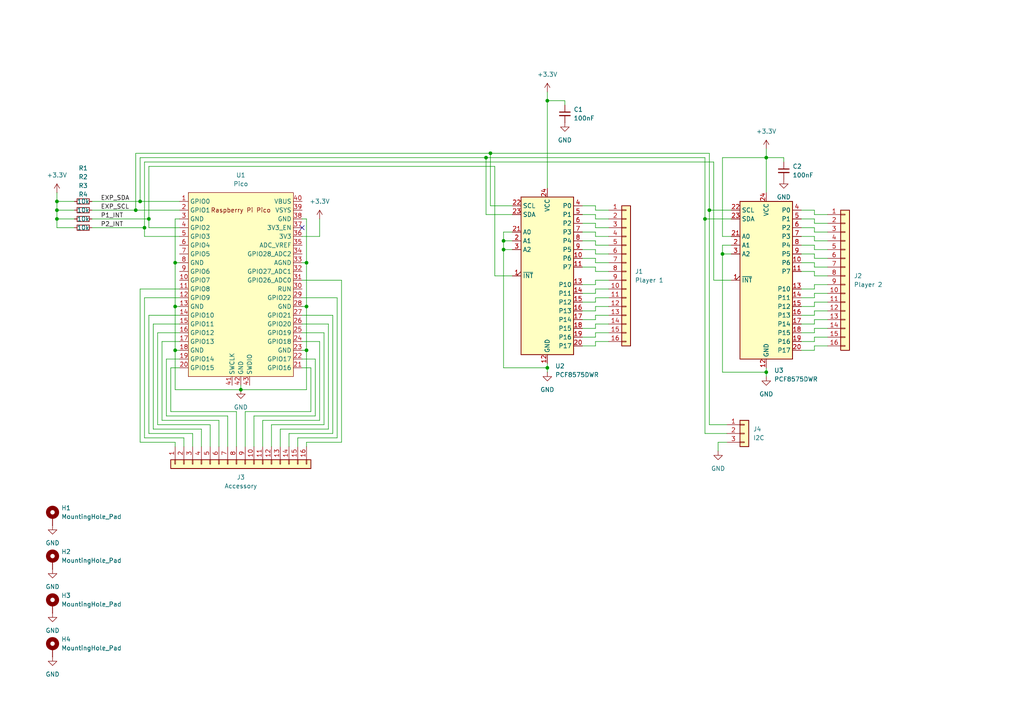
<source format=kicad_sch>
(kicad_sch
	(version 20231120)
	(generator "eeschema")
	(generator_version "8.0")
	(uuid "449d47f1-28e0-41fe-9757-d6eeb042e90b")
	(paper "A4")
	(lib_symbols
		(symbol "Connector_Generic:Conn_01x03"
			(pin_names
				(offset 1.016) hide)
			(exclude_from_sim no)
			(in_bom yes)
			(on_board yes)
			(property "Reference" "J"
				(at 0 5.08 0)
				(effects
					(font
						(size 1.27 1.27)
					)
				)
			)
			(property "Value" "Conn_01x03"
				(at 0 -5.08 0)
				(effects
					(font
						(size 1.27 1.27)
					)
				)
			)
			(property "Footprint" ""
				(at 0 0 0)
				(effects
					(font
						(size 1.27 1.27)
					)
					(hide yes)
				)
			)
			(property "Datasheet" "~"
				(at 0 0 0)
				(effects
					(font
						(size 1.27 1.27)
					)
					(hide yes)
				)
			)
			(property "Description" "Generic connector, single row, 01x03, script generated (kicad-library-utils/schlib/autogen/connector/)"
				(at 0 0 0)
				(effects
					(font
						(size 1.27 1.27)
					)
					(hide yes)
				)
			)
			(property "ki_keywords" "connector"
				(at 0 0 0)
				(effects
					(font
						(size 1.27 1.27)
					)
					(hide yes)
				)
			)
			(property "ki_fp_filters" "Connector*:*_1x??_*"
				(at 0 0 0)
				(effects
					(font
						(size 1.27 1.27)
					)
					(hide yes)
				)
			)
			(symbol "Conn_01x03_1_1"
				(rectangle
					(start -1.27 -2.413)
					(end 0 -2.667)
					(stroke
						(width 0.1524)
						(type default)
					)
					(fill
						(type none)
					)
				)
				(rectangle
					(start -1.27 0.127)
					(end 0 -0.127)
					(stroke
						(width 0.1524)
						(type default)
					)
					(fill
						(type none)
					)
				)
				(rectangle
					(start -1.27 2.667)
					(end 0 2.413)
					(stroke
						(width 0.1524)
						(type default)
					)
					(fill
						(type none)
					)
				)
				(rectangle
					(start -1.27 3.81)
					(end 1.27 -3.81)
					(stroke
						(width 0.254)
						(type default)
					)
					(fill
						(type background)
					)
				)
				(pin passive line
					(at -5.08 2.54 0)
					(length 3.81)
					(name "Pin_1"
						(effects
							(font
								(size 1.27 1.27)
							)
						)
					)
					(number "1"
						(effects
							(font
								(size 1.27 1.27)
							)
						)
					)
				)
				(pin passive line
					(at -5.08 0 0)
					(length 3.81)
					(name "Pin_2"
						(effects
							(font
								(size 1.27 1.27)
							)
						)
					)
					(number "2"
						(effects
							(font
								(size 1.27 1.27)
							)
						)
					)
				)
				(pin passive line
					(at -5.08 -2.54 0)
					(length 3.81)
					(name "Pin_3"
						(effects
							(font
								(size 1.27 1.27)
							)
						)
					)
					(number "3"
						(effects
							(font
								(size 1.27 1.27)
							)
						)
					)
				)
			)
		)
		(symbol "Connector_Generic:Conn_01x16"
			(pin_names
				(offset 1.016) hide)
			(exclude_from_sim no)
			(in_bom yes)
			(on_board yes)
			(property "Reference" "J"
				(at 0 20.32 0)
				(effects
					(font
						(size 1.27 1.27)
					)
				)
			)
			(property "Value" "Conn_01x16"
				(at 0 -22.86 0)
				(effects
					(font
						(size 1.27 1.27)
					)
				)
			)
			(property "Footprint" ""
				(at 0 0 0)
				(effects
					(font
						(size 1.27 1.27)
					)
					(hide yes)
				)
			)
			(property "Datasheet" "~"
				(at 0 0 0)
				(effects
					(font
						(size 1.27 1.27)
					)
					(hide yes)
				)
			)
			(property "Description" "Generic connector, single row, 01x16, script generated (kicad-library-utils/schlib/autogen/connector/)"
				(at 0 0 0)
				(effects
					(font
						(size 1.27 1.27)
					)
					(hide yes)
				)
			)
			(property "ki_keywords" "connector"
				(at 0 0 0)
				(effects
					(font
						(size 1.27 1.27)
					)
					(hide yes)
				)
			)
			(property "ki_fp_filters" "Connector*:*_1x??_*"
				(at 0 0 0)
				(effects
					(font
						(size 1.27 1.27)
					)
					(hide yes)
				)
			)
			(symbol "Conn_01x16_1_1"
				(rectangle
					(start -1.27 -20.193)
					(end 0 -20.447)
					(stroke
						(width 0.1524)
						(type default)
					)
					(fill
						(type none)
					)
				)
				(rectangle
					(start -1.27 -17.653)
					(end 0 -17.907)
					(stroke
						(width 0.1524)
						(type default)
					)
					(fill
						(type none)
					)
				)
				(rectangle
					(start -1.27 -15.113)
					(end 0 -15.367)
					(stroke
						(width 0.1524)
						(type default)
					)
					(fill
						(type none)
					)
				)
				(rectangle
					(start -1.27 -12.573)
					(end 0 -12.827)
					(stroke
						(width 0.1524)
						(type default)
					)
					(fill
						(type none)
					)
				)
				(rectangle
					(start -1.27 -10.033)
					(end 0 -10.287)
					(stroke
						(width 0.1524)
						(type default)
					)
					(fill
						(type none)
					)
				)
				(rectangle
					(start -1.27 -7.493)
					(end 0 -7.747)
					(stroke
						(width 0.1524)
						(type default)
					)
					(fill
						(type none)
					)
				)
				(rectangle
					(start -1.27 -4.953)
					(end 0 -5.207)
					(stroke
						(width 0.1524)
						(type default)
					)
					(fill
						(type none)
					)
				)
				(rectangle
					(start -1.27 -2.413)
					(end 0 -2.667)
					(stroke
						(width 0.1524)
						(type default)
					)
					(fill
						(type none)
					)
				)
				(rectangle
					(start -1.27 0.127)
					(end 0 -0.127)
					(stroke
						(width 0.1524)
						(type default)
					)
					(fill
						(type none)
					)
				)
				(rectangle
					(start -1.27 2.667)
					(end 0 2.413)
					(stroke
						(width 0.1524)
						(type default)
					)
					(fill
						(type none)
					)
				)
				(rectangle
					(start -1.27 5.207)
					(end 0 4.953)
					(stroke
						(width 0.1524)
						(type default)
					)
					(fill
						(type none)
					)
				)
				(rectangle
					(start -1.27 7.747)
					(end 0 7.493)
					(stroke
						(width 0.1524)
						(type default)
					)
					(fill
						(type none)
					)
				)
				(rectangle
					(start -1.27 10.287)
					(end 0 10.033)
					(stroke
						(width 0.1524)
						(type default)
					)
					(fill
						(type none)
					)
				)
				(rectangle
					(start -1.27 12.827)
					(end 0 12.573)
					(stroke
						(width 0.1524)
						(type default)
					)
					(fill
						(type none)
					)
				)
				(rectangle
					(start -1.27 15.367)
					(end 0 15.113)
					(stroke
						(width 0.1524)
						(type default)
					)
					(fill
						(type none)
					)
				)
				(rectangle
					(start -1.27 17.907)
					(end 0 17.653)
					(stroke
						(width 0.1524)
						(type default)
					)
					(fill
						(type none)
					)
				)
				(rectangle
					(start -1.27 19.05)
					(end 1.27 -21.59)
					(stroke
						(width 0.254)
						(type default)
					)
					(fill
						(type background)
					)
				)
				(pin passive line
					(at -5.08 17.78 0)
					(length 3.81)
					(name "Pin_1"
						(effects
							(font
								(size 1.27 1.27)
							)
						)
					)
					(number "1"
						(effects
							(font
								(size 1.27 1.27)
							)
						)
					)
				)
				(pin passive line
					(at -5.08 -5.08 0)
					(length 3.81)
					(name "Pin_10"
						(effects
							(font
								(size 1.27 1.27)
							)
						)
					)
					(number "10"
						(effects
							(font
								(size 1.27 1.27)
							)
						)
					)
				)
				(pin passive line
					(at -5.08 -7.62 0)
					(length 3.81)
					(name "Pin_11"
						(effects
							(font
								(size 1.27 1.27)
							)
						)
					)
					(number "11"
						(effects
							(font
								(size 1.27 1.27)
							)
						)
					)
				)
				(pin passive line
					(at -5.08 -10.16 0)
					(length 3.81)
					(name "Pin_12"
						(effects
							(font
								(size 1.27 1.27)
							)
						)
					)
					(number "12"
						(effects
							(font
								(size 1.27 1.27)
							)
						)
					)
				)
				(pin passive line
					(at -5.08 -12.7 0)
					(length 3.81)
					(name "Pin_13"
						(effects
							(font
								(size 1.27 1.27)
							)
						)
					)
					(number "13"
						(effects
							(font
								(size 1.27 1.27)
							)
						)
					)
				)
				(pin passive line
					(at -5.08 -15.24 0)
					(length 3.81)
					(name "Pin_14"
						(effects
							(font
								(size 1.27 1.27)
							)
						)
					)
					(number "14"
						(effects
							(font
								(size 1.27 1.27)
							)
						)
					)
				)
				(pin passive line
					(at -5.08 -17.78 0)
					(length 3.81)
					(name "Pin_15"
						(effects
							(font
								(size 1.27 1.27)
							)
						)
					)
					(number "15"
						(effects
							(font
								(size 1.27 1.27)
							)
						)
					)
				)
				(pin passive line
					(at -5.08 -20.32 0)
					(length 3.81)
					(name "Pin_16"
						(effects
							(font
								(size 1.27 1.27)
							)
						)
					)
					(number "16"
						(effects
							(font
								(size 1.27 1.27)
							)
						)
					)
				)
				(pin passive line
					(at -5.08 15.24 0)
					(length 3.81)
					(name "Pin_2"
						(effects
							(font
								(size 1.27 1.27)
							)
						)
					)
					(number "2"
						(effects
							(font
								(size 1.27 1.27)
							)
						)
					)
				)
				(pin passive line
					(at -5.08 12.7 0)
					(length 3.81)
					(name "Pin_3"
						(effects
							(font
								(size 1.27 1.27)
							)
						)
					)
					(number "3"
						(effects
							(font
								(size 1.27 1.27)
							)
						)
					)
				)
				(pin passive line
					(at -5.08 10.16 0)
					(length 3.81)
					(name "Pin_4"
						(effects
							(font
								(size 1.27 1.27)
							)
						)
					)
					(number "4"
						(effects
							(font
								(size 1.27 1.27)
							)
						)
					)
				)
				(pin passive line
					(at -5.08 7.62 0)
					(length 3.81)
					(name "Pin_5"
						(effects
							(font
								(size 1.27 1.27)
							)
						)
					)
					(number "5"
						(effects
							(font
								(size 1.27 1.27)
							)
						)
					)
				)
				(pin passive line
					(at -5.08 5.08 0)
					(length 3.81)
					(name "Pin_6"
						(effects
							(font
								(size 1.27 1.27)
							)
						)
					)
					(number "6"
						(effects
							(font
								(size 1.27 1.27)
							)
						)
					)
				)
				(pin passive line
					(at -5.08 2.54 0)
					(length 3.81)
					(name "Pin_7"
						(effects
							(font
								(size 1.27 1.27)
							)
						)
					)
					(number "7"
						(effects
							(font
								(size 1.27 1.27)
							)
						)
					)
				)
				(pin passive line
					(at -5.08 0 0)
					(length 3.81)
					(name "Pin_8"
						(effects
							(font
								(size 1.27 1.27)
							)
						)
					)
					(number "8"
						(effects
							(font
								(size 1.27 1.27)
							)
						)
					)
				)
				(pin passive line
					(at -5.08 -2.54 0)
					(length 3.81)
					(name "Pin_9"
						(effects
							(font
								(size 1.27 1.27)
							)
						)
					)
					(number "9"
						(effects
							(font
								(size 1.27 1.27)
							)
						)
					)
				)
			)
		)
		(symbol "Device:C_Small"
			(pin_numbers hide)
			(pin_names
				(offset 0.254) hide)
			(exclude_from_sim no)
			(in_bom yes)
			(on_board yes)
			(property "Reference" "C"
				(at 0.254 1.778 0)
				(effects
					(font
						(size 1.27 1.27)
					)
					(justify left)
				)
			)
			(property "Value" "C_Small"
				(at 0.254 -2.032 0)
				(effects
					(font
						(size 1.27 1.27)
					)
					(justify left)
				)
			)
			(property "Footprint" ""
				(at 0 0 0)
				(effects
					(font
						(size 1.27 1.27)
					)
					(hide yes)
				)
			)
			(property "Datasheet" "~"
				(at 0 0 0)
				(effects
					(font
						(size 1.27 1.27)
					)
					(hide yes)
				)
			)
			(property "Description" "Unpolarized capacitor, small symbol"
				(at 0 0 0)
				(effects
					(font
						(size 1.27 1.27)
					)
					(hide yes)
				)
			)
			(property "ki_keywords" "capacitor cap"
				(at 0 0 0)
				(effects
					(font
						(size 1.27 1.27)
					)
					(hide yes)
				)
			)
			(property "ki_fp_filters" "C_*"
				(at 0 0 0)
				(effects
					(font
						(size 1.27 1.27)
					)
					(hide yes)
				)
			)
			(symbol "C_Small_0_1"
				(polyline
					(pts
						(xy -1.524 -0.508) (xy 1.524 -0.508)
					)
					(stroke
						(width 0.3302)
						(type default)
					)
					(fill
						(type none)
					)
				)
				(polyline
					(pts
						(xy -1.524 0.508) (xy 1.524 0.508)
					)
					(stroke
						(width 0.3048)
						(type default)
					)
					(fill
						(type none)
					)
				)
			)
			(symbol "C_Small_1_1"
				(pin passive line
					(at 0 2.54 270)
					(length 2.032)
					(name "~"
						(effects
							(font
								(size 1.27 1.27)
							)
						)
					)
					(number "1"
						(effects
							(font
								(size 1.27 1.27)
							)
						)
					)
				)
				(pin passive line
					(at 0 -2.54 90)
					(length 2.032)
					(name "~"
						(effects
							(font
								(size 1.27 1.27)
							)
						)
					)
					(number "2"
						(effects
							(font
								(size 1.27 1.27)
							)
						)
					)
				)
			)
		)
		(symbol "Device:R_Small"
			(pin_numbers hide)
			(pin_names
				(offset 0.254) hide)
			(exclude_from_sim no)
			(in_bom yes)
			(on_board yes)
			(property "Reference" "R"
				(at 0.762 0.508 0)
				(effects
					(font
						(size 1.27 1.27)
					)
					(justify left)
				)
			)
			(property "Value" "R_Small"
				(at 0.762 -1.016 0)
				(effects
					(font
						(size 1.27 1.27)
					)
					(justify left)
				)
			)
			(property "Footprint" ""
				(at 0 0 0)
				(effects
					(font
						(size 1.27 1.27)
					)
					(hide yes)
				)
			)
			(property "Datasheet" "~"
				(at 0 0 0)
				(effects
					(font
						(size 1.27 1.27)
					)
					(hide yes)
				)
			)
			(property "Description" "Resistor, small symbol"
				(at 0 0 0)
				(effects
					(font
						(size 1.27 1.27)
					)
					(hide yes)
				)
			)
			(property "ki_keywords" "R resistor"
				(at 0 0 0)
				(effects
					(font
						(size 1.27 1.27)
					)
					(hide yes)
				)
			)
			(property "ki_fp_filters" "R_*"
				(at 0 0 0)
				(effects
					(font
						(size 1.27 1.27)
					)
					(hide yes)
				)
			)
			(symbol "R_Small_0_1"
				(rectangle
					(start -0.762 1.778)
					(end 0.762 -1.778)
					(stroke
						(width 0.2032)
						(type default)
					)
					(fill
						(type none)
					)
				)
			)
			(symbol "R_Small_1_1"
				(pin passive line
					(at 0 2.54 270)
					(length 0.762)
					(name "~"
						(effects
							(font
								(size 1.27 1.27)
							)
						)
					)
					(number "1"
						(effects
							(font
								(size 1.27 1.27)
							)
						)
					)
				)
				(pin passive line
					(at 0 -2.54 90)
					(length 0.762)
					(name "~"
						(effects
							(font
								(size 1.27 1.27)
							)
						)
					)
					(number "2"
						(effects
							(font
								(size 1.27 1.27)
							)
						)
					)
				)
			)
		)
		(symbol "Interface_Expansion:PCF8575DBR"
			(exclude_from_sim no)
			(in_bom yes)
			(on_board yes)
			(property "Reference" "U"
				(at -6.35 24.13 0)
				(effects
					(font
						(size 1.27 1.27)
					)
				)
			)
			(property "Value" "PCF8575DBR"
				(at 7.62 -24.13 0)
				(effects
					(font
						(size 1.27 1.27)
					)
				)
			)
			(property "Footprint" "Package_SO:SSOP-24_5.3x8.2mm_P0.65mm"
				(at 0 0 0)
				(effects
					(font
						(size 1.27 1.27)
					)
					(hide yes)
				)
			)
			(property "Datasheet" "https://www.ti.com/lit/ds/symlink/pcf8575.pdf"
				(at 0 0 0)
				(effects
					(font
						(size 1.27 1.27)
					)
					(hide yes)
				)
			)
			(property "Description" "16 Bits Port/Expander to I2C Bus, SSOP-24"
				(at 0 0 0)
				(effects
					(font
						(size 1.27 1.27)
					)
					(hide yes)
				)
			)
			(property "ki_keywords" "I2C Expander"
				(at 0 0 0)
				(effects
					(font
						(size 1.27 1.27)
					)
					(hide yes)
				)
			)
			(property "ki_fp_filters" "SSOP*5.3x8.2mm*P0.65mm*"
				(at 0 0 0)
				(effects
					(font
						(size 1.27 1.27)
					)
					(hide yes)
				)
			)
			(symbol "PCF8575DBR_0_1"
				(rectangle
					(start -7.62 22.86)
					(end 7.62 -22.86)
					(stroke
						(width 0.254)
						(type default)
					)
					(fill
						(type background)
					)
				)
			)
			(symbol "PCF8575DBR_1_1"
				(pin open_collector output_low
					(at -10.16 0 0)
					(length 2.54)
					(name "~{INT}"
						(effects
							(font
								(size 1.27 1.27)
							)
						)
					)
					(number "1"
						(effects
							(font
								(size 1.27 1.27)
							)
						)
					)
				)
				(pin bidirectional line
					(at 10.16 5.08 180)
					(length 2.54)
					(name "P6"
						(effects
							(font
								(size 1.27 1.27)
							)
						)
					)
					(number "10"
						(effects
							(font
								(size 1.27 1.27)
							)
						)
					)
				)
				(pin bidirectional line
					(at 10.16 2.54 180)
					(length 2.54)
					(name "P7"
						(effects
							(font
								(size 1.27 1.27)
							)
						)
					)
					(number "11"
						(effects
							(font
								(size 1.27 1.27)
							)
						)
					)
				)
				(pin power_in line
					(at 0 -25.4 90)
					(length 2.54)
					(name "GND"
						(effects
							(font
								(size 1.27 1.27)
							)
						)
					)
					(number "12"
						(effects
							(font
								(size 1.27 1.27)
							)
						)
					)
				)
				(pin bidirectional line
					(at 10.16 -2.54 180)
					(length 2.54)
					(name "P10"
						(effects
							(font
								(size 1.27 1.27)
							)
						)
					)
					(number "13"
						(effects
							(font
								(size 1.27 1.27)
							)
						)
					)
				)
				(pin bidirectional line
					(at 10.16 -5.08 180)
					(length 2.54)
					(name "P11"
						(effects
							(font
								(size 1.27 1.27)
							)
						)
					)
					(number "14"
						(effects
							(font
								(size 1.27 1.27)
							)
						)
					)
				)
				(pin bidirectional line
					(at 10.16 -7.62 180)
					(length 2.54)
					(name "P12"
						(effects
							(font
								(size 1.27 1.27)
							)
						)
					)
					(number "15"
						(effects
							(font
								(size 1.27 1.27)
							)
						)
					)
				)
				(pin bidirectional line
					(at 10.16 -10.16 180)
					(length 2.54)
					(name "P13"
						(effects
							(font
								(size 1.27 1.27)
							)
						)
					)
					(number "16"
						(effects
							(font
								(size 1.27 1.27)
							)
						)
					)
				)
				(pin bidirectional line
					(at 10.16 -12.7 180)
					(length 2.54)
					(name "P14"
						(effects
							(font
								(size 1.27 1.27)
							)
						)
					)
					(number "17"
						(effects
							(font
								(size 1.27 1.27)
							)
						)
					)
				)
				(pin bidirectional line
					(at 10.16 -15.24 180)
					(length 2.54)
					(name "P15"
						(effects
							(font
								(size 1.27 1.27)
							)
						)
					)
					(number "18"
						(effects
							(font
								(size 1.27 1.27)
							)
						)
					)
				)
				(pin bidirectional line
					(at 10.16 -17.78 180)
					(length 2.54)
					(name "P16"
						(effects
							(font
								(size 1.27 1.27)
							)
						)
					)
					(number "19"
						(effects
							(font
								(size 1.27 1.27)
							)
						)
					)
				)
				(pin input line
					(at -10.16 10.16 0)
					(length 2.54)
					(name "A1"
						(effects
							(font
								(size 1.27 1.27)
							)
						)
					)
					(number "2"
						(effects
							(font
								(size 1.27 1.27)
							)
						)
					)
				)
				(pin bidirectional line
					(at 10.16 -20.32 180)
					(length 2.54)
					(name "P17"
						(effects
							(font
								(size 1.27 1.27)
							)
						)
					)
					(number "20"
						(effects
							(font
								(size 1.27 1.27)
							)
						)
					)
				)
				(pin input line
					(at -10.16 12.7 0)
					(length 2.54)
					(name "A0"
						(effects
							(font
								(size 1.27 1.27)
							)
						)
					)
					(number "21"
						(effects
							(font
								(size 1.27 1.27)
							)
						)
					)
				)
				(pin input line
					(at -10.16 20.32 0)
					(length 2.54)
					(name "SCL"
						(effects
							(font
								(size 1.27 1.27)
							)
						)
					)
					(number "22"
						(effects
							(font
								(size 1.27 1.27)
							)
						)
					)
				)
				(pin bidirectional line
					(at -10.16 17.78 0)
					(length 2.54)
					(name "SDA"
						(effects
							(font
								(size 1.27 1.27)
							)
						)
					)
					(number "23"
						(effects
							(font
								(size 1.27 1.27)
							)
						)
					)
				)
				(pin power_in line
					(at 0 25.4 270)
					(length 2.54)
					(name "VCC"
						(effects
							(font
								(size 1.27 1.27)
							)
						)
					)
					(number "24"
						(effects
							(font
								(size 1.27 1.27)
							)
						)
					)
				)
				(pin input line
					(at -10.16 7.62 0)
					(length 2.54)
					(name "A2"
						(effects
							(font
								(size 1.27 1.27)
							)
						)
					)
					(number "3"
						(effects
							(font
								(size 1.27 1.27)
							)
						)
					)
				)
				(pin bidirectional line
					(at 10.16 20.32 180)
					(length 2.54)
					(name "P0"
						(effects
							(font
								(size 1.27 1.27)
							)
						)
					)
					(number "4"
						(effects
							(font
								(size 1.27 1.27)
							)
						)
					)
				)
				(pin bidirectional line
					(at 10.16 17.78 180)
					(length 2.54)
					(name "P1"
						(effects
							(font
								(size 1.27 1.27)
							)
						)
					)
					(number "5"
						(effects
							(font
								(size 1.27 1.27)
							)
						)
					)
				)
				(pin bidirectional line
					(at 10.16 15.24 180)
					(length 2.54)
					(name "P2"
						(effects
							(font
								(size 1.27 1.27)
							)
						)
					)
					(number "6"
						(effects
							(font
								(size 1.27 1.27)
							)
						)
					)
				)
				(pin bidirectional line
					(at 10.16 12.7 180)
					(length 2.54)
					(name "P3"
						(effects
							(font
								(size 1.27 1.27)
							)
						)
					)
					(number "7"
						(effects
							(font
								(size 1.27 1.27)
							)
						)
					)
				)
				(pin bidirectional line
					(at 10.16 10.16 180)
					(length 2.54)
					(name "P4"
						(effects
							(font
								(size 1.27 1.27)
							)
						)
					)
					(number "8"
						(effects
							(font
								(size 1.27 1.27)
							)
						)
					)
				)
				(pin bidirectional line
					(at 10.16 7.62 180)
					(length 2.54)
					(name "P5"
						(effects
							(font
								(size 1.27 1.27)
							)
						)
					)
					(number "9"
						(effects
							(font
								(size 1.27 1.27)
							)
						)
					)
				)
			)
		)
		(symbol "MCU_RaspberryPi_and_Boards:Pico"
			(exclude_from_sim no)
			(in_bom yes)
			(on_board yes)
			(property "Reference" "U"
				(at -13.97 27.94 0)
				(effects
					(font
						(size 1.27 1.27)
					)
				)
			)
			(property "Value" "Pico"
				(at 0 19.05 0)
				(effects
					(font
						(size 1.27 1.27)
					)
				)
			)
			(property "Footprint" "RPi_Pico:RPi_Pico_SMD_TH"
				(at 0 0 90)
				(effects
					(font
						(size 1.27 1.27)
					)
					(hide yes)
				)
			)
			(property "Datasheet" ""
				(at 0 0 0)
				(effects
					(font
						(size 1.27 1.27)
					)
					(hide yes)
				)
			)
			(property "Description" ""
				(at 0 0 0)
				(effects
					(font
						(size 1.27 1.27)
					)
					(hide yes)
				)
			)
			(symbol "Pico_0_0"
				(text "Raspberry Pi Pico"
					(at 0 21.59 0)
					(effects
						(font
							(size 1.27 1.27)
						)
					)
				)
			)
			(symbol "Pico_0_1"
				(rectangle
					(start -15.24 26.67)
					(end 15.24 -26.67)
					(stroke
						(width 0)
						(type default)
					)
					(fill
						(type background)
					)
				)
			)
			(symbol "Pico_1_1"
				(pin bidirectional line
					(at -17.78 24.13 0)
					(length 2.54)
					(name "GPIO0"
						(effects
							(font
								(size 1.27 1.27)
							)
						)
					)
					(number "1"
						(effects
							(font
								(size 1.27 1.27)
							)
						)
					)
				)
				(pin bidirectional line
					(at -17.78 1.27 0)
					(length 2.54)
					(name "GPIO7"
						(effects
							(font
								(size 1.27 1.27)
							)
						)
					)
					(number "10"
						(effects
							(font
								(size 1.27 1.27)
							)
						)
					)
				)
				(pin bidirectional line
					(at -17.78 -1.27 0)
					(length 2.54)
					(name "GPIO8"
						(effects
							(font
								(size 1.27 1.27)
							)
						)
					)
					(number "11"
						(effects
							(font
								(size 1.27 1.27)
							)
						)
					)
				)
				(pin bidirectional line
					(at -17.78 -3.81 0)
					(length 2.54)
					(name "GPIO9"
						(effects
							(font
								(size 1.27 1.27)
							)
						)
					)
					(number "12"
						(effects
							(font
								(size 1.27 1.27)
							)
						)
					)
				)
				(pin power_in line
					(at -17.78 -6.35 0)
					(length 2.54)
					(name "GND"
						(effects
							(font
								(size 1.27 1.27)
							)
						)
					)
					(number "13"
						(effects
							(font
								(size 1.27 1.27)
							)
						)
					)
				)
				(pin bidirectional line
					(at -17.78 -8.89 0)
					(length 2.54)
					(name "GPIO10"
						(effects
							(font
								(size 1.27 1.27)
							)
						)
					)
					(number "14"
						(effects
							(font
								(size 1.27 1.27)
							)
						)
					)
				)
				(pin bidirectional line
					(at -17.78 -11.43 0)
					(length 2.54)
					(name "GPIO11"
						(effects
							(font
								(size 1.27 1.27)
							)
						)
					)
					(number "15"
						(effects
							(font
								(size 1.27 1.27)
							)
						)
					)
				)
				(pin bidirectional line
					(at -17.78 -13.97 0)
					(length 2.54)
					(name "GPIO12"
						(effects
							(font
								(size 1.27 1.27)
							)
						)
					)
					(number "16"
						(effects
							(font
								(size 1.27 1.27)
							)
						)
					)
				)
				(pin bidirectional line
					(at -17.78 -16.51 0)
					(length 2.54)
					(name "GPIO13"
						(effects
							(font
								(size 1.27 1.27)
							)
						)
					)
					(number "17"
						(effects
							(font
								(size 1.27 1.27)
							)
						)
					)
				)
				(pin power_in line
					(at -17.78 -19.05 0)
					(length 2.54)
					(name "GND"
						(effects
							(font
								(size 1.27 1.27)
							)
						)
					)
					(number "18"
						(effects
							(font
								(size 1.27 1.27)
							)
						)
					)
				)
				(pin bidirectional line
					(at -17.78 -21.59 0)
					(length 2.54)
					(name "GPIO14"
						(effects
							(font
								(size 1.27 1.27)
							)
						)
					)
					(number "19"
						(effects
							(font
								(size 1.27 1.27)
							)
						)
					)
				)
				(pin bidirectional line
					(at -17.78 21.59 0)
					(length 2.54)
					(name "GPIO1"
						(effects
							(font
								(size 1.27 1.27)
							)
						)
					)
					(number "2"
						(effects
							(font
								(size 1.27 1.27)
							)
						)
					)
				)
				(pin bidirectional line
					(at -17.78 -24.13 0)
					(length 2.54)
					(name "GPIO15"
						(effects
							(font
								(size 1.27 1.27)
							)
						)
					)
					(number "20"
						(effects
							(font
								(size 1.27 1.27)
							)
						)
					)
				)
				(pin bidirectional line
					(at 17.78 -24.13 180)
					(length 2.54)
					(name "GPIO16"
						(effects
							(font
								(size 1.27 1.27)
							)
						)
					)
					(number "21"
						(effects
							(font
								(size 1.27 1.27)
							)
						)
					)
				)
				(pin bidirectional line
					(at 17.78 -21.59 180)
					(length 2.54)
					(name "GPIO17"
						(effects
							(font
								(size 1.27 1.27)
							)
						)
					)
					(number "22"
						(effects
							(font
								(size 1.27 1.27)
							)
						)
					)
				)
				(pin power_in line
					(at 17.78 -19.05 180)
					(length 2.54)
					(name "GND"
						(effects
							(font
								(size 1.27 1.27)
							)
						)
					)
					(number "23"
						(effects
							(font
								(size 1.27 1.27)
							)
						)
					)
				)
				(pin bidirectional line
					(at 17.78 -16.51 180)
					(length 2.54)
					(name "GPIO18"
						(effects
							(font
								(size 1.27 1.27)
							)
						)
					)
					(number "24"
						(effects
							(font
								(size 1.27 1.27)
							)
						)
					)
				)
				(pin bidirectional line
					(at 17.78 -13.97 180)
					(length 2.54)
					(name "GPIO19"
						(effects
							(font
								(size 1.27 1.27)
							)
						)
					)
					(number "25"
						(effects
							(font
								(size 1.27 1.27)
							)
						)
					)
				)
				(pin bidirectional line
					(at 17.78 -11.43 180)
					(length 2.54)
					(name "GPIO20"
						(effects
							(font
								(size 1.27 1.27)
							)
						)
					)
					(number "26"
						(effects
							(font
								(size 1.27 1.27)
							)
						)
					)
				)
				(pin bidirectional line
					(at 17.78 -8.89 180)
					(length 2.54)
					(name "GPIO21"
						(effects
							(font
								(size 1.27 1.27)
							)
						)
					)
					(number "27"
						(effects
							(font
								(size 1.27 1.27)
							)
						)
					)
				)
				(pin power_in line
					(at 17.78 -6.35 180)
					(length 2.54)
					(name "GND"
						(effects
							(font
								(size 1.27 1.27)
							)
						)
					)
					(number "28"
						(effects
							(font
								(size 1.27 1.27)
							)
						)
					)
				)
				(pin bidirectional line
					(at 17.78 -3.81 180)
					(length 2.54)
					(name "GPIO22"
						(effects
							(font
								(size 1.27 1.27)
							)
						)
					)
					(number "29"
						(effects
							(font
								(size 1.27 1.27)
							)
						)
					)
				)
				(pin power_in line
					(at -17.78 19.05 0)
					(length 2.54)
					(name "GND"
						(effects
							(font
								(size 1.27 1.27)
							)
						)
					)
					(number "3"
						(effects
							(font
								(size 1.27 1.27)
							)
						)
					)
				)
				(pin input line
					(at 17.78 -1.27 180)
					(length 2.54)
					(name "RUN"
						(effects
							(font
								(size 1.27 1.27)
							)
						)
					)
					(number "30"
						(effects
							(font
								(size 1.27 1.27)
							)
						)
					)
				)
				(pin bidirectional line
					(at 17.78 1.27 180)
					(length 2.54)
					(name "GPIO26_ADC0"
						(effects
							(font
								(size 1.27 1.27)
							)
						)
					)
					(number "31"
						(effects
							(font
								(size 1.27 1.27)
							)
						)
					)
				)
				(pin bidirectional line
					(at 17.78 3.81 180)
					(length 2.54)
					(name "GPIO27_ADC1"
						(effects
							(font
								(size 1.27 1.27)
							)
						)
					)
					(number "32"
						(effects
							(font
								(size 1.27 1.27)
							)
						)
					)
				)
				(pin power_in line
					(at 17.78 6.35 180)
					(length 2.54)
					(name "AGND"
						(effects
							(font
								(size 1.27 1.27)
							)
						)
					)
					(number "33"
						(effects
							(font
								(size 1.27 1.27)
							)
						)
					)
				)
				(pin bidirectional line
					(at 17.78 8.89 180)
					(length 2.54)
					(name "GPIO28_ADC2"
						(effects
							(font
								(size 1.27 1.27)
							)
						)
					)
					(number "34"
						(effects
							(font
								(size 1.27 1.27)
							)
						)
					)
				)
				(pin power_in line
					(at 17.78 11.43 180)
					(length 2.54)
					(name "ADC_VREF"
						(effects
							(font
								(size 1.27 1.27)
							)
						)
					)
					(number "35"
						(effects
							(font
								(size 1.27 1.27)
							)
						)
					)
				)
				(pin power_in line
					(at 17.78 13.97 180)
					(length 2.54)
					(name "3V3"
						(effects
							(font
								(size 1.27 1.27)
							)
						)
					)
					(number "36"
						(effects
							(font
								(size 1.27 1.27)
							)
						)
					)
				)
				(pin input line
					(at 17.78 16.51 180)
					(length 2.54)
					(name "3V3_EN"
						(effects
							(font
								(size 1.27 1.27)
							)
						)
					)
					(number "37"
						(effects
							(font
								(size 1.27 1.27)
							)
						)
					)
				)
				(pin bidirectional line
					(at 17.78 19.05 180)
					(length 2.54)
					(name "GND"
						(effects
							(font
								(size 1.27 1.27)
							)
						)
					)
					(number "38"
						(effects
							(font
								(size 1.27 1.27)
							)
						)
					)
				)
				(pin power_in line
					(at 17.78 21.59 180)
					(length 2.54)
					(name "VSYS"
						(effects
							(font
								(size 1.27 1.27)
							)
						)
					)
					(number "39"
						(effects
							(font
								(size 1.27 1.27)
							)
						)
					)
				)
				(pin bidirectional line
					(at -17.78 16.51 0)
					(length 2.54)
					(name "GPIO2"
						(effects
							(font
								(size 1.27 1.27)
							)
						)
					)
					(number "4"
						(effects
							(font
								(size 1.27 1.27)
							)
						)
					)
				)
				(pin power_in line
					(at 17.78 24.13 180)
					(length 2.54)
					(name "VBUS"
						(effects
							(font
								(size 1.27 1.27)
							)
						)
					)
					(number "40"
						(effects
							(font
								(size 1.27 1.27)
							)
						)
					)
				)
				(pin input line
					(at -2.54 -29.21 90)
					(length 2.54)
					(name "SWCLK"
						(effects
							(font
								(size 1.27 1.27)
							)
						)
					)
					(number "41"
						(effects
							(font
								(size 1.27 1.27)
							)
						)
					)
				)
				(pin power_in line
					(at 0 -29.21 90)
					(length 2.54)
					(name "GND"
						(effects
							(font
								(size 1.27 1.27)
							)
						)
					)
					(number "42"
						(effects
							(font
								(size 1.27 1.27)
							)
						)
					)
				)
				(pin bidirectional line
					(at 2.54 -29.21 90)
					(length 2.54)
					(name "SWDIO"
						(effects
							(font
								(size 1.27 1.27)
							)
						)
					)
					(number "43"
						(effects
							(font
								(size 1.27 1.27)
							)
						)
					)
				)
				(pin bidirectional line
					(at -17.78 13.97 0)
					(length 2.54)
					(name "GPIO3"
						(effects
							(font
								(size 1.27 1.27)
							)
						)
					)
					(number "5"
						(effects
							(font
								(size 1.27 1.27)
							)
						)
					)
				)
				(pin bidirectional line
					(at -17.78 11.43 0)
					(length 2.54)
					(name "GPIO4"
						(effects
							(font
								(size 1.27 1.27)
							)
						)
					)
					(number "6"
						(effects
							(font
								(size 1.27 1.27)
							)
						)
					)
				)
				(pin bidirectional line
					(at -17.78 8.89 0)
					(length 2.54)
					(name "GPIO5"
						(effects
							(font
								(size 1.27 1.27)
							)
						)
					)
					(number "7"
						(effects
							(font
								(size 1.27 1.27)
							)
						)
					)
				)
				(pin power_in line
					(at -17.78 6.35 0)
					(length 2.54)
					(name "GND"
						(effects
							(font
								(size 1.27 1.27)
							)
						)
					)
					(number "8"
						(effects
							(font
								(size 1.27 1.27)
							)
						)
					)
				)
				(pin bidirectional line
					(at -17.78 3.81 0)
					(length 2.54)
					(name "GPIO6"
						(effects
							(font
								(size 1.27 1.27)
							)
						)
					)
					(number "9"
						(effects
							(font
								(size 1.27 1.27)
							)
						)
					)
				)
			)
		)
		(symbol "Mechanical:MountingHole_Pad"
			(pin_numbers hide)
			(pin_names
				(offset 1.016) hide)
			(exclude_from_sim yes)
			(in_bom no)
			(on_board yes)
			(property "Reference" "H"
				(at 0 6.35 0)
				(effects
					(font
						(size 1.27 1.27)
					)
				)
			)
			(property "Value" "MountingHole_Pad"
				(at 0 4.445 0)
				(effects
					(font
						(size 1.27 1.27)
					)
				)
			)
			(property "Footprint" ""
				(at 0 0 0)
				(effects
					(font
						(size 1.27 1.27)
					)
					(hide yes)
				)
			)
			(property "Datasheet" "~"
				(at 0 0 0)
				(effects
					(font
						(size 1.27 1.27)
					)
					(hide yes)
				)
			)
			(property "Description" "Mounting Hole with connection"
				(at 0 0 0)
				(effects
					(font
						(size 1.27 1.27)
					)
					(hide yes)
				)
			)
			(property "ki_keywords" "mounting hole"
				(at 0 0 0)
				(effects
					(font
						(size 1.27 1.27)
					)
					(hide yes)
				)
			)
			(property "ki_fp_filters" "MountingHole*Pad*"
				(at 0 0 0)
				(effects
					(font
						(size 1.27 1.27)
					)
					(hide yes)
				)
			)
			(symbol "MountingHole_Pad_0_1"
				(circle
					(center 0 1.27)
					(radius 1.27)
					(stroke
						(width 1.27)
						(type default)
					)
					(fill
						(type none)
					)
				)
			)
			(symbol "MountingHole_Pad_1_1"
				(pin input line
					(at 0 -2.54 90)
					(length 2.54)
					(name "1"
						(effects
							(font
								(size 1.27 1.27)
							)
						)
					)
					(number "1"
						(effects
							(font
								(size 1.27 1.27)
							)
						)
					)
				)
			)
		)
		(symbol "power:+3.3V"
			(power)
			(pin_numbers hide)
			(pin_names
				(offset 0) hide)
			(exclude_from_sim no)
			(in_bom yes)
			(on_board yes)
			(property "Reference" "#PWR"
				(at 0 -3.81 0)
				(effects
					(font
						(size 1.27 1.27)
					)
					(hide yes)
				)
			)
			(property "Value" "+3.3V"
				(at 0 3.556 0)
				(effects
					(font
						(size 1.27 1.27)
					)
				)
			)
			(property "Footprint" ""
				(at 0 0 0)
				(effects
					(font
						(size 1.27 1.27)
					)
					(hide yes)
				)
			)
			(property "Datasheet" ""
				(at 0 0 0)
				(effects
					(font
						(size 1.27 1.27)
					)
					(hide yes)
				)
			)
			(property "Description" "Power symbol creates a global label with name \"+3.3V\""
				(at 0 0 0)
				(effects
					(font
						(size 1.27 1.27)
					)
					(hide yes)
				)
			)
			(property "ki_keywords" "global power"
				(at 0 0 0)
				(effects
					(font
						(size 1.27 1.27)
					)
					(hide yes)
				)
			)
			(symbol "+3.3V_0_1"
				(polyline
					(pts
						(xy -0.762 1.27) (xy 0 2.54)
					)
					(stroke
						(width 0)
						(type default)
					)
					(fill
						(type none)
					)
				)
				(polyline
					(pts
						(xy 0 0) (xy 0 2.54)
					)
					(stroke
						(width 0)
						(type default)
					)
					(fill
						(type none)
					)
				)
				(polyline
					(pts
						(xy 0 2.54) (xy 0.762 1.27)
					)
					(stroke
						(width 0)
						(type default)
					)
					(fill
						(type none)
					)
				)
			)
			(symbol "+3.3V_1_1"
				(pin power_in line
					(at 0 0 90)
					(length 0)
					(name "~"
						(effects
							(font
								(size 1.27 1.27)
							)
						)
					)
					(number "1"
						(effects
							(font
								(size 1.27 1.27)
							)
						)
					)
				)
			)
		)
		(symbol "power:GND"
			(power)
			(pin_numbers hide)
			(pin_names
				(offset 0) hide)
			(exclude_from_sim no)
			(in_bom yes)
			(on_board yes)
			(property "Reference" "#PWR"
				(at 0 -6.35 0)
				(effects
					(font
						(size 1.27 1.27)
					)
					(hide yes)
				)
			)
			(property "Value" "GND"
				(at 0 -3.81 0)
				(effects
					(font
						(size 1.27 1.27)
					)
				)
			)
			(property "Footprint" ""
				(at 0 0 0)
				(effects
					(font
						(size 1.27 1.27)
					)
					(hide yes)
				)
			)
			(property "Datasheet" ""
				(at 0 0 0)
				(effects
					(font
						(size 1.27 1.27)
					)
					(hide yes)
				)
			)
			(property "Description" "Power symbol creates a global label with name \"GND\" , ground"
				(at 0 0 0)
				(effects
					(font
						(size 1.27 1.27)
					)
					(hide yes)
				)
			)
			(property "ki_keywords" "global power"
				(at 0 0 0)
				(effects
					(font
						(size 1.27 1.27)
					)
					(hide yes)
				)
			)
			(symbol "GND_0_1"
				(polyline
					(pts
						(xy 0 0) (xy 0 -1.27) (xy 1.27 -1.27) (xy 0 -2.54) (xy -1.27 -1.27) (xy 0 -1.27)
					)
					(stroke
						(width 0)
						(type default)
					)
					(fill
						(type none)
					)
				)
			)
			(symbol "GND_1_1"
				(pin power_in line
					(at 0 0 270)
					(length 0)
					(name "~"
						(effects
							(font
								(size 1.27 1.27)
							)
						)
					)
					(number "1"
						(effects
							(font
								(size 1.27 1.27)
							)
						)
					)
				)
			)
		)
	)
	(junction
		(at 205.74 60.96)
		(diameter 0)
		(color 0 0 0 0)
		(uuid "02161020-72ac-4401-9487-69527265deef")
	)
	(junction
		(at 50.8 101.6)
		(diameter 0)
		(color 0 0 0 0)
		(uuid "0a16e81b-2ee2-42ed-9b83-4c3f2836ec16")
	)
	(junction
		(at 140.97 45.72)
		(diameter 0)
		(color 0 0 0 0)
		(uuid "1c5d5be4-5197-499c-8b9d-53037e60cfce")
	)
	(junction
		(at 146.05 72.39)
		(diameter 0)
		(color 0 0 0 0)
		(uuid "22406eff-73fa-4fbb-983d-1144998ca311")
	)
	(junction
		(at 43.18 63.5)
		(diameter 0)
		(color 0 0 0 0)
		(uuid "37e2c535-b5dc-452b-98bb-bbfa443104e3")
	)
	(junction
		(at 204.47 63.5)
		(diameter 0)
		(color 0 0 0 0)
		(uuid "49e96295-1b54-49ad-9675-90a0f8f7baf9")
	)
	(junction
		(at 69.85 113.03)
		(diameter 0)
		(color 0 0 0 0)
		(uuid "4d2484a1-f8f1-45fb-9b28-2bc21b82d57d")
	)
	(junction
		(at 146.05 69.85)
		(diameter 0)
		(color 0 0 0 0)
		(uuid "57ac0a74-e1f3-4247-a741-56d1c5dcfdc6")
	)
	(junction
		(at 39.37 60.96)
		(diameter 0)
		(color 0 0 0 0)
		(uuid "62b8b6b9-e80b-4699-a320-f95eacbb0947")
	)
	(junction
		(at 158.75 106.68)
		(diameter 0)
		(color 0 0 0 0)
		(uuid "72f13dd3-c0ec-4901-9d70-47c71ac841e0")
	)
	(junction
		(at 222.25 45.72)
		(diameter 0)
		(color 0 0 0 0)
		(uuid "8166ef2c-3ad6-40eb-a515-2337bab289d9")
	)
	(junction
		(at 40.64 58.42)
		(diameter 0)
		(color 0 0 0 0)
		(uuid "83b5e8d1-4f2c-4e20-a38d-367ac5b49c9c")
	)
	(junction
		(at 88.9 76.2)
		(diameter 0)
		(color 0 0 0 0)
		(uuid "9f19397c-dedf-44e0-8133-2d76de9f90a1")
	)
	(junction
		(at 88.9 101.6)
		(diameter 0)
		(color 0 0 0 0)
		(uuid "a4473237-a05d-415e-96f3-89d1aa94ee31")
	)
	(junction
		(at 41.91 66.04)
		(diameter 0)
		(color 0 0 0 0)
		(uuid "a67860f4-d315-4b10-a46e-060a82ab6d0f")
	)
	(junction
		(at 16.51 60.96)
		(diameter 0)
		(color 0 0 0 0)
		(uuid "b321851c-df14-4f3d-ae76-52a3e50bad6e")
	)
	(junction
		(at 16.51 63.5)
		(diameter 0)
		(color 0 0 0 0)
		(uuid "b4146ae4-d70e-465e-8761-14bc2fe6ce13")
	)
	(junction
		(at 209.55 73.66)
		(diameter 0)
		(color 0 0 0 0)
		(uuid "cd73d2bb-825b-46ce-a585-2db32852b8e1")
	)
	(junction
		(at 88.9 88.9)
		(diameter 0)
		(color 0 0 0 0)
		(uuid "d0446319-77ac-4876-ae88-d51b3c9dd00c")
	)
	(junction
		(at 50.8 76.2)
		(diameter 0)
		(color 0 0 0 0)
		(uuid "d440d6f1-46be-40ed-a8dc-7eb8a2b805c6")
	)
	(junction
		(at 16.51 58.42)
		(diameter 0)
		(color 0 0 0 0)
		(uuid "da2aa629-2114-42c4-bfef-6c871d5e3916")
	)
	(junction
		(at 142.24 44.45)
		(diameter 0)
		(color 0 0 0 0)
		(uuid "def64992-8067-4230-a8ec-75d3d7b4a764")
	)
	(junction
		(at 158.75 29.21)
		(diameter 0)
		(color 0 0 0 0)
		(uuid "e0a06007-27ae-4d89-b6ee-9fd85fdf6c23")
	)
	(junction
		(at 222.25 107.95)
		(diameter 0)
		(color 0 0 0 0)
		(uuid "f17e4872-1b46-4a1b-9da1-ca80007f689c")
	)
	(junction
		(at 50.8 88.9)
		(diameter 0)
		(color 0 0 0 0)
		(uuid "f83ac9ba-9b1e-43cf-8271-6b35cfc3344b")
	)
	(no_connect
		(at 87.63 66.04)
		(uuid "a1242bb0-579c-4fe5-ac17-e5a2a3e56162")
	)
	(wire
		(pts
			(xy 222.25 45.72) (xy 227.33 45.72)
		)
		(stroke
			(width 0)
			(type default)
		)
		(uuid "0011c98b-cc50-4507-bbea-18d263dd3b7d")
	)
	(wire
		(pts
			(xy 86.36 127) (xy 97.79 127)
		)
		(stroke
			(width 0)
			(type default)
		)
		(uuid "01479622-97e5-4e9c-87a7-2f03f212f2e6")
	)
	(wire
		(pts
			(xy 204.47 125.73) (xy 210.82 125.73)
		)
		(stroke
			(width 0)
			(type default)
		)
		(uuid "0197bc46-6db7-41ff-90c0-91965b04308a")
	)
	(wire
		(pts
			(xy 146.05 72.39) (xy 146.05 69.85)
		)
		(stroke
			(width 0)
			(type default)
		)
		(uuid "0245c900-f60a-420e-856e-ac50ecdef0a8")
	)
	(wire
		(pts
			(xy 148.59 72.39) (xy 146.05 72.39)
		)
		(stroke
			(width 0)
			(type default)
		)
		(uuid "028c8858-e5df-42fb-9481-5abf752aa963")
	)
	(wire
		(pts
			(xy 236.22 86.36) (xy 236.22 85.09)
		)
		(stroke
			(width 0)
			(type default)
		)
		(uuid "042f016e-02f5-405a-892f-f73d307f5eff")
	)
	(wire
		(pts
			(xy 172.72 60.96) (xy 172.72 59.69)
		)
		(stroke
			(width 0)
			(type default)
		)
		(uuid "0595ec51-4f9d-4b00-b6d4-20f1b49e63d1")
	)
	(wire
		(pts
			(xy 95.25 124.46) (xy 95.25 93.98)
		)
		(stroke
			(width 0)
			(type default)
		)
		(uuid "05b5f458-3238-4742-9acf-6bcd7bddb158")
	)
	(wire
		(pts
			(xy 236.22 74.93) (xy 236.22 73.66)
		)
		(stroke
			(width 0)
			(type default)
		)
		(uuid "070b0fa3-2372-4292-b2a0-6688083e44f4")
	)
	(wire
		(pts
			(xy 232.41 73.66) (xy 236.22 73.66)
		)
		(stroke
			(width 0)
			(type default)
		)
		(uuid "088b85b2-8fd3-4d3c-beac-0aa2114e9f5f")
	)
	(wire
		(pts
			(xy 172.72 73.66) (xy 172.72 72.39)
		)
		(stroke
			(width 0)
			(type default)
		)
		(uuid "09721b7e-efee-4ae8-9c10-2f9e6ee8e496")
	)
	(wire
		(pts
			(xy 43.18 48.26) (xy 43.18 63.5)
		)
		(stroke
			(width 0)
			(type default)
		)
		(uuid "0c0b21c9-7fd5-4470-9f3c-f092e58d59dd")
	)
	(wire
		(pts
			(xy 50.8 129.54) (xy 50.8 128.27)
		)
		(stroke
			(width 0)
			(type default)
		)
		(uuid "0d008764-cc7c-4696-9532-f9dd83b9decd")
	)
	(wire
		(pts
			(xy 158.75 29.21) (xy 163.83 29.21)
		)
		(stroke
			(width 0)
			(type default)
		)
		(uuid "0dc64bb0-4db1-4984-90e9-1e57eeefff5b")
	)
	(wire
		(pts
			(xy 172.72 87.63) (xy 172.72 86.36)
		)
		(stroke
			(width 0)
			(type default)
		)
		(uuid "11357b2d-7c82-4198-95d1-a4ca9ef751bb")
	)
	(wire
		(pts
			(xy 50.8 101.6) (xy 50.8 113.03)
		)
		(stroke
			(width 0)
			(type default)
		)
		(uuid "123ac59f-29ab-41f3-ac34-d6219aba7bc1")
	)
	(wire
		(pts
			(xy 50.8 88.9) (xy 52.07 88.9)
		)
		(stroke
			(width 0)
			(type default)
		)
		(uuid "123e8c99-de52-4369-9a8d-9ade96d9b537")
	)
	(wire
		(pts
			(xy 172.72 83.82) (xy 176.53 83.82)
		)
		(stroke
			(width 0)
			(type default)
		)
		(uuid "12536116-8c78-408e-9f8c-3ec08a41beae")
	)
	(wire
		(pts
			(xy 222.25 107.95) (xy 222.25 109.22)
		)
		(stroke
			(width 0)
			(type default)
		)
		(uuid "128a341f-28fb-4947-90fa-8d3d79889211")
	)
	(wire
		(pts
			(xy 205.74 123.19) (xy 210.82 123.19)
		)
		(stroke
			(width 0)
			(type default)
		)
		(uuid "14864cca-de6a-47b9-bdc5-849ed0d189d6")
	)
	(wire
		(pts
			(xy 172.72 62.23) (xy 172.72 63.5)
		)
		(stroke
			(width 0)
			(type default)
		)
		(uuid "150ce7e8-af2c-4c35-b82d-780c3f1b6e55")
	)
	(wire
		(pts
			(xy 209.55 68.58) (xy 209.55 45.72)
		)
		(stroke
			(width 0)
			(type default)
		)
		(uuid "16b6f085-749a-4ca1-9188-1d9d0166f4b4")
	)
	(wire
		(pts
			(xy 209.55 71.12) (xy 212.09 71.12)
		)
		(stroke
			(width 0)
			(type default)
		)
		(uuid "1877ce43-6b7f-4b83-8f00-c4061e4fe045")
	)
	(wire
		(pts
			(xy 236.22 96.52) (xy 236.22 95.25)
		)
		(stroke
			(width 0)
			(type default)
		)
		(uuid "19e61f80-3721-4535-9221-d2ff0cf6074b")
	)
	(wire
		(pts
			(xy 232.41 71.12) (xy 236.22 71.12)
		)
		(stroke
			(width 0)
			(type default)
		)
		(uuid "1a5df308-2d8f-4713-bd81-1c74a3a4e17d")
	)
	(wire
		(pts
			(xy 163.83 29.21) (xy 163.83 30.48)
		)
		(stroke
			(width 0)
			(type default)
		)
		(uuid "1c0f3f19-c5cb-47b0-ae10-643bdb6fc3d5")
	)
	(wire
		(pts
			(xy 209.55 73.66) (xy 209.55 107.95)
		)
		(stroke
			(width 0)
			(type default)
		)
		(uuid "1c18a5ac-d13b-44d4-8ddc-b11470a49f1a")
	)
	(wire
		(pts
			(xy 55.88 125.73) (xy 43.18 125.73)
		)
		(stroke
			(width 0)
			(type default)
		)
		(uuid "1d32fcaa-7264-4a70-90bc-7f13845ee409")
	)
	(wire
		(pts
			(xy 66.04 120.65) (xy 48.26 120.65)
		)
		(stroke
			(width 0)
			(type default)
		)
		(uuid "1e0e1dcd-347c-4297-b785-58f270cc8d37")
	)
	(wire
		(pts
			(xy 87.63 99.06) (xy 92.71 99.06)
		)
		(stroke
			(width 0)
			(type default)
		)
		(uuid "1e48830c-8ce3-47f6-afa8-376f62ade6bc")
	)
	(wire
		(pts
			(xy 16.51 58.42) (xy 21.59 58.42)
		)
		(stroke
			(width 0)
			(type default)
		)
		(uuid "1e9af6de-c010-4421-ac91-05f26595b79e")
	)
	(wire
		(pts
			(xy 168.91 100.33) (xy 172.72 100.33)
		)
		(stroke
			(width 0)
			(type default)
		)
		(uuid "1ee9f9e6-31c9-4882-9a16-f64b8e07c724")
	)
	(wire
		(pts
			(xy 172.72 66.04) (xy 172.72 64.77)
		)
		(stroke
			(width 0)
			(type default)
		)
		(uuid "1f42e540-e6d8-4433-bc6c-869080c95495")
	)
	(wire
		(pts
			(xy 52.07 76.2) (xy 50.8 76.2)
		)
		(stroke
			(width 0)
			(type default)
		)
		(uuid "1f89cdfe-cc58-4e6e-a291-1dd2b2e08380")
	)
	(wire
		(pts
			(xy 63.5 121.92) (xy 46.99 121.92)
		)
		(stroke
			(width 0)
			(type default)
		)
		(uuid "2367b73b-cdc8-4900-bfad-0ff7d7cb30af")
	)
	(wire
		(pts
			(xy 236.22 97.79) (xy 240.03 97.79)
		)
		(stroke
			(width 0)
			(type default)
		)
		(uuid "23d61b1e-6ad7-4040-b730-d3ed4ec7e66a")
	)
	(wire
		(pts
			(xy 41.91 46.99) (xy 41.91 66.04)
		)
		(stroke
			(width 0)
			(type default)
		)
		(uuid "265732bb-7d98-45dc-8daa-75286d52c019")
	)
	(wire
		(pts
			(xy 168.91 74.93) (xy 172.72 74.93)
		)
		(stroke
			(width 0)
			(type default)
		)
		(uuid "2793c7d5-218a-441f-adee-6947301221a5")
	)
	(wire
		(pts
			(xy 91.44 120.65) (xy 73.66 120.65)
		)
		(stroke
			(width 0)
			(type default)
		)
		(uuid "290c1290-94a7-4323-aeb1-0c4973e23e36")
	)
	(wire
		(pts
			(xy 168.91 95.25) (xy 172.72 95.25)
		)
		(stroke
			(width 0)
			(type default)
		)
		(uuid "2a84dbe3-7bc2-4ec1-81f6-78464ec585e8")
	)
	(wire
		(pts
			(xy 172.72 76.2) (xy 172.72 74.93)
		)
		(stroke
			(width 0)
			(type default)
		)
		(uuid "2adeb195-177c-49d6-9e8e-59dba7f27c18")
	)
	(wire
		(pts
			(xy 146.05 69.85) (xy 148.59 69.85)
		)
		(stroke
			(width 0)
			(type default)
		)
		(uuid "2ae72b0a-933a-414e-a81e-7e6215baca19")
	)
	(wire
		(pts
			(xy 146.05 72.39) (xy 146.05 106.68)
		)
		(stroke
			(width 0)
			(type default)
		)
		(uuid "2afea7d2-07ce-46b9-bade-a8e0327c8978")
	)
	(wire
		(pts
			(xy 71.12 119.38) (xy 71.12 129.54)
		)
		(stroke
			(width 0)
			(type default)
		)
		(uuid "2c817b7b-d11d-400e-a184-02d5e4f2d9c3")
	)
	(wire
		(pts
			(xy 45.72 96.52) (xy 52.07 96.52)
		)
		(stroke
			(width 0)
			(type default)
		)
		(uuid "2c8f6c98-ed8f-4b9f-a488-f4bd01a56ce1")
	)
	(wire
		(pts
			(xy 168.91 90.17) (xy 172.72 90.17)
		)
		(stroke
			(width 0)
			(type default)
		)
		(uuid "2f0cbf2b-d04b-4c68-b7c3-9b3a98735552")
	)
	(wire
		(pts
			(xy 44.45 124.46) (xy 44.45 93.98)
		)
		(stroke
			(width 0)
			(type default)
		)
		(uuid "2f39efc1-55ca-4b11-98eb-f0c3263600a5")
	)
	(wire
		(pts
			(xy 232.41 76.2) (xy 236.22 76.2)
		)
		(stroke
			(width 0)
			(type default)
		)
		(uuid "2fe419e3-49e7-4543-9827-7abce61d7413")
	)
	(wire
		(pts
			(xy 236.22 67.31) (xy 236.22 66.04)
		)
		(stroke
			(width 0)
			(type default)
		)
		(uuid "302f42d6-b084-4ab3-a40a-f14e20af079b")
	)
	(wire
		(pts
			(xy 58.42 129.54) (xy 58.42 124.46)
		)
		(stroke
			(width 0)
			(type default)
		)
		(uuid "3114d6de-9246-497f-8030-a4dcac343a06")
	)
	(wire
		(pts
			(xy 16.51 60.96) (xy 16.51 63.5)
		)
		(stroke
			(width 0)
			(type default)
		)
		(uuid "31513ee7-6fa5-43fc-9dfe-049c994d4440")
	)
	(wire
		(pts
			(xy 26.67 58.42) (xy 40.64 58.42)
		)
		(stroke
			(width 0)
			(type default)
		)
		(uuid "31ec2260-14d0-43b2-b4a6-cb15c3aaada0")
	)
	(wire
		(pts
			(xy 87.63 68.58) (xy 92.71 68.58)
		)
		(stroke
			(width 0)
			(type default)
		)
		(uuid "33b351cf-4576-451a-b80e-c453cd50cd6e")
	)
	(wire
		(pts
			(xy 88.9 76.2) (xy 87.63 76.2)
		)
		(stroke
			(width 0)
			(type default)
		)
		(uuid "358b7859-b835-40e5-8bc3-9a1fa0d05a25")
	)
	(wire
		(pts
			(xy 41.91 127) (xy 41.91 86.36)
		)
		(stroke
			(width 0)
			(type default)
		)
		(uuid "35f83bfa-156e-4e32-bc50-793ad939fa3b")
	)
	(wire
		(pts
			(xy 73.66 120.65) (xy 73.66 129.54)
		)
		(stroke
			(width 0)
			(type default)
		)
		(uuid "35ffc31d-9f2f-4e41-9eb7-0b4f7b65f93c")
	)
	(wire
		(pts
			(xy 26.67 66.04) (xy 41.91 66.04)
		)
		(stroke
			(width 0)
			(type default)
		)
		(uuid "3660f8ef-3f78-4158-860b-9bb74adaeb2a")
	)
	(wire
		(pts
			(xy 90.17 119.38) (xy 71.12 119.38)
		)
		(stroke
			(width 0)
			(type default)
		)
		(uuid "3789fc2d-6b37-46b1-842e-cbe5a8509baf")
	)
	(wire
		(pts
			(xy 240.03 69.85) (xy 236.22 69.85)
		)
		(stroke
			(width 0)
			(type default)
		)
		(uuid "391c2fc5-b4ba-4993-b1d2-8b5d8df686cf")
	)
	(wire
		(pts
			(xy 232.41 91.44) (xy 236.22 91.44)
		)
		(stroke
			(width 0)
			(type default)
		)
		(uuid "3923956c-76e8-404c-b280-7dbcdc7f5dac")
	)
	(wire
		(pts
			(xy 88.9 128.27) (xy 99.06 128.27)
		)
		(stroke
			(width 0)
			(type default)
		)
		(uuid "3a9df205-485e-4ec7-b4bb-f8c637c5ff84")
	)
	(wire
		(pts
			(xy 143.51 48.26) (xy 143.51 80.01)
		)
		(stroke
			(width 0)
			(type default)
		)
		(uuid "3aff3c49-0dc1-4ef5-9c4e-b23fe4cecc84")
	)
	(wire
		(pts
			(xy 50.8 76.2) (xy 50.8 63.5)
		)
		(stroke
			(width 0)
			(type default)
		)
		(uuid "3b1f0744-d575-47f9-aa36-cca5710433cf")
	)
	(wire
		(pts
			(xy 40.64 128.27) (xy 40.64 83.82)
		)
		(stroke
			(width 0)
			(type default)
		)
		(uuid "3b6e4c27-a453-4a26-976f-d1db0956945c")
	)
	(wire
		(pts
			(xy 176.53 76.2) (xy 172.72 76.2)
		)
		(stroke
			(width 0)
			(type default)
		)
		(uuid "3d669647-3c45-4b17-9fc3-cce927ee57b9")
	)
	(wire
		(pts
			(xy 209.55 107.95) (xy 222.25 107.95)
		)
		(stroke
			(width 0)
			(type default)
		)
		(uuid "40df0344-b01d-4a6a-b218-a5514854e7b0")
	)
	(wire
		(pts
			(xy 232.41 101.6) (xy 236.22 101.6)
		)
		(stroke
			(width 0)
			(type default)
		)
		(uuid "4112538d-bd6d-4406-bb34-a4c65aba5a6a")
	)
	(wire
		(pts
			(xy 168.91 59.69) (xy 172.72 59.69)
		)
		(stroke
			(width 0)
			(type default)
		)
		(uuid "418a7e71-e324-42e7-a30a-8262e90bd0e0")
	)
	(wire
		(pts
			(xy 172.72 87.63) (xy 168.91 87.63)
		)
		(stroke
			(width 0)
			(type default)
		)
		(uuid "41b13cc4-0da4-477d-857c-664003391575")
	)
	(wire
		(pts
			(xy 16.51 63.5) (xy 21.59 63.5)
		)
		(stroke
			(width 0)
			(type default)
		)
		(uuid "41fed307-ae9f-465d-a5dd-c158dbedcc56")
	)
	(wire
		(pts
			(xy 63.5 129.54) (xy 63.5 121.92)
		)
		(stroke
			(width 0)
			(type default)
		)
		(uuid "43448b25-c90b-480e-86e3-758ac13efe1d")
	)
	(wire
		(pts
			(xy 88.9 88.9) (xy 88.9 76.2)
		)
		(stroke
			(width 0)
			(type default)
		)
		(uuid "460664c5-bba6-4ba0-be75-151bb873f121")
	)
	(wire
		(pts
			(xy 146.05 67.31) (xy 146.05 69.85)
		)
		(stroke
			(width 0)
			(type default)
		)
		(uuid "4613ff1c-c9d8-45a5-9bed-ded2bc43946a")
	)
	(wire
		(pts
			(xy 240.03 67.31) (xy 236.22 67.31)
		)
		(stroke
			(width 0)
			(type default)
		)
		(uuid "46579c77-9054-4d8f-a5d9-00e91a5886e8")
	)
	(wire
		(pts
			(xy 66.04 129.54) (xy 66.04 120.65)
		)
		(stroke
			(width 0)
			(type default)
		)
		(uuid "46a4698a-33b6-43ee-af93-a1bd84c43aa5")
	)
	(wire
		(pts
			(xy 207.01 81.28) (xy 207.01 46.99)
		)
		(stroke
			(width 0)
			(type default)
		)
		(uuid "47e8a8cd-6a38-4bd5-b6cb-b5842e6a6104")
	)
	(wire
		(pts
			(xy 204.47 45.72) (xy 204.47 63.5)
		)
		(stroke
			(width 0)
			(type default)
		)
		(uuid "48eb4ba0-d16b-448d-86cf-de80c9959886")
	)
	(wire
		(pts
			(xy 232.41 60.96) (xy 236.22 60.96)
		)
		(stroke
			(width 0)
			(type default)
		)
		(uuid "490f200b-8eae-49dc-bebf-34a370aa5c85")
	)
	(wire
		(pts
			(xy 168.91 85.09) (xy 172.72 85.09)
		)
		(stroke
			(width 0)
			(type default)
		)
		(uuid "49a7eebc-f271-4476-a625-e0c5e1c9d45c")
	)
	(wire
		(pts
			(xy 96.52 125.73) (xy 83.82 125.73)
		)
		(stroke
			(width 0)
			(type default)
		)
		(uuid "49b8aaee-404e-4d6c-bf96-81eaf4da8613")
	)
	(wire
		(pts
			(xy 236.22 80.01) (xy 240.03 80.01)
		)
		(stroke
			(width 0)
			(type default)
		)
		(uuid "49bbdace-8e08-4761-bb55-30535e4f6c5d")
	)
	(wire
		(pts
			(xy 55.88 129.54) (xy 55.88 125.73)
		)
		(stroke
			(width 0)
			(type default)
		)
		(uuid "4dcd3eb7-95d4-4953-a978-e3ceaabf13cd")
	)
	(wire
		(pts
			(xy 172.72 85.09) (xy 172.72 83.82)
		)
		(stroke
			(width 0)
			(type default)
		)
		(uuid "4efdc7aa-c0e0-4409-b946-05d57fb888d8")
	)
	(wire
		(pts
			(xy 222.25 107.95) (xy 222.25 106.68)
		)
		(stroke
			(width 0)
			(type default)
		)
		(uuid "4f43e3c0-8bd8-4105-8106-7ecb6fb86711")
	)
	(wire
		(pts
			(xy 60.96 123.19) (xy 45.72 123.19)
		)
		(stroke
			(width 0)
			(type default)
		)
		(uuid "4f4d6708-e1ac-425b-978d-da7944b839e6")
	)
	(wire
		(pts
			(xy 50.8 113.03) (xy 69.85 113.03)
		)
		(stroke
			(width 0)
			(type default)
		)
		(uuid "5015b217-2e38-42aa-a519-01fe8390b89b")
	)
	(wire
		(pts
			(xy 88.9 129.54) (xy 88.9 128.27)
		)
		(stroke
			(width 0)
			(type default)
		)
		(uuid "501af0e2-1200-4996-8e59-b4c14f0e13da")
	)
	(wire
		(pts
			(xy 39.37 60.96) (xy 39.37 44.45)
		)
		(stroke
			(width 0)
			(type default)
		)
		(uuid "50853c53-adb9-4667-b2c3-63b245fec9ff")
	)
	(wire
		(pts
			(xy 172.72 82.55) (xy 168.91 82.55)
		)
		(stroke
			(width 0)
			(type default)
		)
		(uuid "51039494-13d3-4ea9-926d-0e6ee3c8812b")
	)
	(wire
		(pts
			(xy 142.24 59.69) (xy 148.59 59.69)
		)
		(stroke
			(width 0)
			(type default)
		)
		(uuid "511fe2e7-561f-42b6-bc8c-2c660c0dc0f9")
	)
	(wire
		(pts
			(xy 236.22 100.33) (xy 240.03 100.33)
		)
		(stroke
			(width 0)
			(type default)
		)
		(uuid "52949eaa-ebc2-4259-bd88-3040067241db")
	)
	(wire
		(pts
			(xy 172.72 69.85) (xy 172.72 71.12)
		)
		(stroke
			(width 0)
			(type default)
		)
		(uuid "52e2a483-0d05-400d-972a-adc6301fcef3")
	)
	(wire
		(pts
			(xy 39.37 44.45) (xy 142.24 44.45)
		)
		(stroke
			(width 0)
			(type default)
		)
		(uuid "54f11a0c-49ea-4e72-8f57-53088c9a994e")
	)
	(wire
		(pts
			(xy 26.67 63.5) (xy 43.18 63.5)
		)
		(stroke
			(width 0)
			(type default)
		)
		(uuid "55399866-25bc-46e1-8ed7-df0c22b94cc5")
	)
	(wire
		(pts
			(xy 43.18 63.5) (xy 43.18 66.04)
		)
		(stroke
			(width 0)
			(type default)
		)
		(uuid "56f4894c-0e7d-475d-9b9b-d97b03c738aa")
	)
	(wire
		(pts
			(xy 78.74 123.19) (xy 78.74 129.54)
		)
		(stroke
			(width 0)
			(type default)
		)
		(uuid "5800c3b4-ad43-4d95-b82e-2b383b2b2649")
	)
	(wire
		(pts
			(xy 232.41 96.52) (xy 236.22 96.52)
		)
		(stroke
			(width 0)
			(type default)
		)
		(uuid "5c0a3e83-45e2-4a6f-844a-b6fdc5c1adc8")
	)
	(wire
		(pts
			(xy 172.72 81.28) (xy 176.53 81.28)
		)
		(stroke
			(width 0)
			(type default)
		)
		(uuid "5c668d8b-5e4c-46bd-b545-5aee0243cf9b")
	)
	(wire
		(pts
			(xy 46.99 99.06) (xy 52.07 99.06)
		)
		(stroke
			(width 0)
			(type default)
		)
		(uuid "5ccc6c59-1f39-4c72-886a-b93eb7b5c3ab")
	)
	(wire
		(pts
			(xy 172.72 99.06) (xy 176.53 99.06)
		)
		(stroke
			(width 0)
			(type default)
		)
		(uuid "5e58f401-d65a-40a1-a26e-16cc267ad2ee")
	)
	(wire
		(pts
			(xy 53.34 129.54) (xy 53.34 127)
		)
		(stroke
			(width 0)
			(type default)
		)
		(uuid "5fbc6c66-503a-450d-8b37-8b7787cb94cf")
	)
	(wire
		(pts
			(xy 209.55 71.12) (xy 209.55 73.66)
		)
		(stroke
			(width 0)
			(type default)
		)
		(uuid "60570aa7-fb43-48cd-873e-a555834b472a")
	)
	(wire
		(pts
			(xy 93.98 123.19) (xy 78.74 123.19)
		)
		(stroke
			(width 0)
			(type default)
		)
		(uuid "61577278-5cf9-4d24-998d-51a11120b720")
	)
	(wire
		(pts
			(xy 236.22 77.47) (xy 236.22 76.2)
		)
		(stroke
			(width 0)
			(type default)
		)
		(uuid "62e32e88-e005-4607-8cf1-50cb4af9e56f")
	)
	(wire
		(pts
			(xy 172.72 93.98) (xy 176.53 93.98)
		)
		(stroke
			(width 0)
			(type default)
		)
		(uuid "62f6fc5a-9162-4643-9e6c-0a459e480450")
	)
	(wire
		(pts
			(xy 168.91 77.47) (xy 172.72 77.47)
		)
		(stroke
			(width 0)
			(type default)
		)
		(uuid "6353adce-a49d-46cd-8a20-9481812ba439")
	)
	(wire
		(pts
			(xy 236.22 71.12) (xy 236.22 72.39)
		)
		(stroke
			(width 0)
			(type default)
		)
		(uuid "635af13e-bb96-40f1-ac00-68cc5168247a")
	)
	(wire
		(pts
			(xy 92.71 99.06) (xy 92.71 121.92)
		)
		(stroke
			(width 0)
			(type default)
		)
		(uuid "63cba18a-7b69-48bd-89dd-de22ffbfd826")
	)
	(wire
		(pts
			(xy 88.9 76.2) (xy 88.9 63.5)
		)
		(stroke
			(width 0)
			(type default)
		)
		(uuid "64beeba7-76f3-40f0-9f45-42e51b99c535")
	)
	(wire
		(pts
			(xy 172.72 92.71) (xy 168.91 92.71)
		)
		(stroke
			(width 0)
			(type default)
		)
		(uuid "65fa458a-5146-4e66-9ecf-762f8c294e26")
	)
	(wire
		(pts
			(xy 92.71 121.92) (xy 76.2 121.92)
		)
		(stroke
			(width 0)
			(type default)
		)
		(uuid "6784974a-4497-494e-bfb2-c0b14456181b")
	)
	(wire
		(pts
			(xy 236.22 99.06) (xy 232.41 99.06)
		)
		(stroke
			(width 0)
			(type default)
		)
		(uuid "681cf212-2a2d-4af3-8f46-0e1ba48d3b91")
	)
	(wire
		(pts
			(xy 236.22 93.98) (xy 236.22 92.71)
		)
		(stroke
			(width 0)
			(type default)
		)
		(uuid "68e233b7-39a0-4d56-a5cc-227a106545aa")
	)
	(wire
		(pts
			(xy 236.22 85.09) (xy 240.03 85.09)
		)
		(stroke
			(width 0)
			(type default)
		)
		(uuid "696a14fa-cc51-4135-9575-af7deab03398")
	)
	(wire
		(pts
			(xy 236.22 99.06) (xy 236.22 97.79)
		)
		(stroke
			(width 0)
			(type default)
		)
		(uuid "6973c27c-3501-4399-8882-10e016630d4d")
	)
	(wire
		(pts
			(xy 40.64 45.72) (xy 40.64 58.42)
		)
		(stroke
			(width 0)
			(type default)
		)
		(uuid "69c7f080-4096-4acd-91d0-5fe616dab552")
	)
	(wire
		(pts
			(xy 148.59 62.23) (xy 140.97 62.23)
		)
		(stroke
			(width 0)
			(type default)
		)
		(uuid "69cd652c-4965-43fa-9735-b9d812a88717")
	)
	(wire
		(pts
			(xy 172.72 97.79) (xy 172.72 96.52)
		)
		(stroke
			(width 0)
			(type default)
		)
		(uuid "6a0dbcaa-1658-4761-9a98-9ab3b93e1f3c")
	)
	(wire
		(pts
			(xy 208.28 128.27) (xy 210.82 128.27)
		)
		(stroke
			(width 0)
			(type default)
		)
		(uuid "6ade11b4-bad7-4a48-8c02-a520fed86852")
	)
	(wire
		(pts
			(xy 236.22 64.77) (xy 240.03 64.77)
		)
		(stroke
			(width 0)
			(type default)
		)
		(uuid "6b9a09d0-9747-4eed-a92f-87002eafc343")
	)
	(wire
		(pts
			(xy 41.91 68.58) (xy 52.07 68.58)
		)
		(stroke
			(width 0)
			(type default)
		)
		(uuid "6ba90c02-e24c-4cc2-a996-290c25561712")
	)
	(wire
		(pts
			(xy 97.79 127) (xy 97.79 86.36)
		)
		(stroke
			(width 0)
			(type default)
		)
		(uuid "6c340e5f-de90-4bd8-a99e-cba1e8ace0fc")
	)
	(wire
		(pts
			(xy 49.53 119.38) (xy 49.53 106.68)
		)
		(stroke
			(width 0)
			(type default)
		)
		(uuid "6e791689-ee9e-4c69-a560-dc61aab2b57b")
	)
	(wire
		(pts
			(xy 236.22 83.82) (xy 236.22 82.55)
		)
		(stroke
			(width 0)
			(type default)
		)
		(uuid "6e9b1823-f4cd-4e86-83f8-cd1ae5258b75")
	)
	(wire
		(pts
			(xy 176.53 73.66) (xy 172.72 73.66)
		)
		(stroke
			(width 0)
			(type default)
		)
		(uuid "6ecb0c86-1c63-4277-80b7-99f40f551307")
	)
	(wire
		(pts
			(xy 168.91 72.39) (xy 172.72 72.39)
		)
		(stroke
			(width 0)
			(type default)
		)
		(uuid "6f33734f-da6a-4b28-b9e8-99be54e3603b")
	)
	(wire
		(pts
			(xy 212.09 73.66) (xy 209.55 73.66)
		)
		(stroke
			(width 0)
			(type default)
		)
		(uuid "70911edc-0e42-49f1-a6ac-3aec66754c49")
	)
	(wire
		(pts
			(xy 172.72 88.9) (xy 176.53 88.9)
		)
		(stroke
			(width 0)
			(type default)
		)
		(uuid "70c0c721-f069-4094-8fda-f13efa0e3f04")
	)
	(wire
		(pts
			(xy 88.9 88.9) (xy 87.63 88.9)
		)
		(stroke
			(width 0)
			(type default)
		)
		(uuid "727f8cd7-3529-4a56-a771-58b20602f985")
	)
	(wire
		(pts
			(xy 236.22 63.5) (xy 236.22 64.77)
		)
		(stroke
			(width 0)
			(type default)
		)
		(uuid "72cf831a-c87a-4763-a5c8-e146fb229c61")
	)
	(wire
		(pts
			(xy 88.9 63.5) (xy 87.63 63.5)
		)
		(stroke
			(width 0)
			(type default)
		)
		(uuid "76ea6d74-e89f-4fa1-bb0f-baa736b85b50")
	)
	(wire
		(pts
			(xy 26.67 60.96) (xy 39.37 60.96)
		)
		(stroke
			(width 0)
			(type default)
		)
		(uuid "779344bf-65df-4b1e-9e51-bdf29ff7637c")
	)
	(wire
		(pts
			(xy 207.01 81.28) (xy 212.09 81.28)
		)
		(stroke
			(width 0)
			(type default)
		)
		(uuid "78595408-ddc5-4101-9c2c-d726557fbc37")
	)
	(wire
		(pts
			(xy 43.18 91.44) (xy 52.07 91.44)
		)
		(stroke
			(width 0)
			(type default)
		)
		(uuid "7a08aa8f-a59a-4f23-8bab-87cb9b3edf82")
	)
	(wire
		(pts
			(xy 68.58 119.38) (xy 49.53 119.38)
		)
		(stroke
			(width 0)
			(type default)
		)
		(uuid "7a4a024d-ecaa-4dd2-8517-11e9846f2dfd")
	)
	(wire
		(pts
			(xy 87.63 91.44) (xy 96.52 91.44)
		)
		(stroke
			(width 0)
			(type default)
		)
		(uuid "7a877d3e-54a5-4326-a29f-db9112bdba71")
	)
	(wire
		(pts
			(xy 140.97 45.72) (xy 40.64 45.72)
		)
		(stroke
			(width 0)
			(type default)
		)
		(uuid "7baa467c-a2ef-4ec4-a96f-2862e6b1ee82")
	)
	(wire
		(pts
			(xy 40.64 83.82) (xy 52.07 83.82)
		)
		(stroke
			(width 0)
			(type default)
		)
		(uuid "7c6880b4-b40b-4645-b7ea-bbf43587fc06")
	)
	(wire
		(pts
			(xy 96.52 91.44) (xy 96.52 125.73)
		)
		(stroke
			(width 0)
			(type default)
		)
		(uuid "7dda60d8-0ecf-4358-a072-ed414e10903e")
	)
	(wire
		(pts
			(xy 97.79 86.36) (xy 87.63 86.36)
		)
		(stroke
			(width 0)
			(type default)
		)
		(uuid "804edc2c-5109-4b4c-a08b-7fe8217610c5")
	)
	(wire
		(pts
			(xy 236.22 62.23) (xy 236.22 60.96)
		)
		(stroke
			(width 0)
			(type default)
		)
		(uuid "81742b89-f972-45c8-92f5-6b828e22c0e4")
	)
	(wire
		(pts
			(xy 93.98 96.52) (xy 93.98 123.19)
		)
		(stroke
			(width 0)
			(type default)
		)
		(uuid "8265af90-43ef-4a09-90a9-0736b0d426ea")
	)
	(wire
		(pts
			(xy 45.72 123.19) (xy 45.72 96.52)
		)
		(stroke
			(width 0)
			(type default)
		)
		(uuid "852b3b19-d626-4187-8494-a7e0f88cfda2")
	)
	(wire
		(pts
			(xy 236.22 72.39) (xy 240.03 72.39)
		)
		(stroke
			(width 0)
			(type default)
		)
		(uuid "854e6156-1cec-4e01-adce-8de3f0e51cca")
	)
	(wire
		(pts
			(xy 68.58 129.54) (xy 68.58 119.38)
		)
		(stroke
			(width 0)
			(type default)
		)
		(uuid "861cba9b-75fe-42d2-8b5d-58ddfe6d122b")
	)
	(wire
		(pts
			(xy 50.8 101.6) (xy 52.07 101.6)
		)
		(stroke
			(width 0)
			(type default)
		)
		(uuid "8633345f-1ce3-4124-af79-e6da9955784c")
	)
	(wire
		(pts
			(xy 172.72 71.12) (xy 176.53 71.12)
		)
		(stroke
			(width 0)
			(type default)
		)
		(uuid "867e45a2-ceb8-48cb-997c-7349d5572c26")
	)
	(wire
		(pts
			(xy 87.63 96.52) (xy 93.98 96.52)
		)
		(stroke
			(width 0)
			(type default)
		)
		(uuid "87d4d228-29bd-4ae7-b17a-bf26db938fcb")
	)
	(wire
		(pts
			(xy 172.72 92.71) (xy 172.72 91.44)
		)
		(stroke
			(width 0)
			(type default)
		)
		(uuid "88d659d7-ea65-428a-a1e8-165231aafa8a")
	)
	(wire
		(pts
			(xy 58.42 124.46) (xy 44.45 124.46)
		)
		(stroke
			(width 0)
			(type default)
		)
		(uuid "892c670d-e748-4713-a51d-6100f855e415")
	)
	(wire
		(pts
			(xy 81.28 124.46) (xy 95.25 124.46)
		)
		(stroke
			(width 0)
			(type default)
		)
		(uuid "8abd4bf8-42fb-4aef-9451-459bdf2188fa")
	)
	(wire
		(pts
			(xy 172.72 95.25) (xy 172.72 93.98)
		)
		(stroke
			(width 0)
			(type default)
		)
		(uuid "8cd67fe6-bfb8-4f5f-8e87-4095c7775ed2")
	)
	(wire
		(pts
			(xy 158.75 105.41) (xy 158.75 106.68)
		)
		(stroke
			(width 0)
			(type default)
		)
		(uuid "8e33d0b4-107c-4bb6-9735-9f0ae4f4b2b2")
	)
	(wire
		(pts
			(xy 81.28 129.54) (xy 81.28 124.46)
		)
		(stroke
			(width 0)
			(type default)
		)
		(uuid "8f75cf01-9cec-453c-825d-c071791f6cdb")
	)
	(wire
		(pts
			(xy 83.82 125.73) (xy 83.82 129.54)
		)
		(stroke
			(width 0)
			(type default)
		)
		(uuid "907c5cde-e5f0-4720-bd4d-0b3263e8f3da")
	)
	(wire
		(pts
			(xy 236.22 88.9) (xy 232.41 88.9)
		)
		(stroke
			(width 0)
			(type default)
		)
		(uuid "919ac04d-325a-4da4-b4bf-a1802738572a")
	)
	(wire
		(pts
			(xy 222.25 43.18) (xy 222.25 45.72)
		)
		(stroke
			(width 0)
			(type default)
		)
		(uuid "919c6c2b-cefb-4f3b-8a93-3c3685699baf")
	)
	(wire
		(pts
			(xy 16.51 55.88) (xy 16.51 58.42)
		)
		(stroke
			(width 0)
			(type default)
		)
		(uuid "91b6691e-2405-439c-83e3-6784017181c9")
	)
	(wire
		(pts
			(xy 172.72 91.44) (xy 176.53 91.44)
		)
		(stroke
			(width 0)
			(type default)
		)
		(uuid "941e6043-df9a-409a-99ff-486117306a90")
	)
	(wire
		(pts
			(xy 91.44 104.14) (xy 91.44 120.65)
		)
		(stroke
			(width 0)
			(type default)
		)
		(uuid "94680ad2-e859-45c2-914b-f51b2a194b5a")
	)
	(wire
		(pts
			(xy 236.22 69.85) (xy 236.22 68.58)
		)
		(stroke
			(width 0)
			(type default)
		)
		(uuid "9664919e-c9f0-4257-8eb1-7c434d696de8")
	)
	(wire
		(pts
			(xy 172.72 77.47) (xy 172.72 78.74)
		)
		(stroke
			(width 0)
			(type default)
		)
		(uuid "9b2ebfac-bf1a-409b-90aa-580c12c5eb1a")
	)
	(wire
		(pts
			(xy 88.9 113.03) (xy 88.9 101.6)
		)
		(stroke
			(width 0)
			(type default)
		)
		(uuid "9be09264-f6a3-4a9f-987d-62aaac898fac")
	)
	(wire
		(pts
			(xy 205.74 60.96) (xy 205.74 123.19)
		)
		(stroke
			(width 0)
			(type default)
		)
		(uuid "9c4fb9ac-1249-4be3-ad22-fd014b01033b")
	)
	(wire
		(pts
			(xy 176.53 68.58) (xy 172.72 68.58)
		)
		(stroke
			(width 0)
			(type default)
		)
		(uuid "9d719200-69ba-4f40-bde5-2ba81f579338")
	)
	(wire
		(pts
			(xy 240.03 62.23) (xy 236.22 62.23)
		)
		(stroke
			(width 0)
			(type default)
		)
		(uuid "a02ecfa1-9aaf-4495-94f4-d99ecc716e0c")
	)
	(wire
		(pts
			(xy 236.22 93.98) (xy 232.41 93.98)
		)
		(stroke
			(width 0)
			(type default)
		)
		(uuid "a08c1685-d278-4bc3-8843-c303987df98b")
	)
	(wire
		(pts
			(xy 16.51 63.5) (xy 16.51 66.04)
		)
		(stroke
			(width 0)
			(type default)
		)
		(uuid "a1725de5-cb8d-4b1a-acee-8d8f07b2a548")
	)
	(wire
		(pts
			(xy 90.17 106.68) (xy 90.17 119.38)
		)
		(stroke
			(width 0)
			(type default)
		)
		(uuid "a289260c-c2e1-48b4-bcd7-c287a5a4a4a5")
	)
	(wire
		(pts
			(xy 168.91 67.31) (xy 172.72 67.31)
		)
		(stroke
			(width 0)
			(type default)
		)
		(uuid "a321f5e6-6879-466f-88d6-eb3086300abc")
	)
	(wire
		(pts
			(xy 232.41 78.74) (xy 236.22 78.74)
		)
		(stroke
			(width 0)
			(type default)
		)
		(uuid "a34180a8-d898-4553-9dae-dad77a522db2")
	)
	(wire
		(pts
			(xy 41.91 66.04) (xy 41.91 68.58)
		)
		(stroke
			(width 0)
			(type default)
		)
		(uuid "a44c8bb9-778e-47f6-a878-fdf027b1e78b")
	)
	(wire
		(pts
			(xy 158.75 106.68) (xy 146.05 106.68)
		)
		(stroke
			(width 0)
			(type default)
		)
		(uuid "a58a40ef-f00b-449e-bdce-d93cbb0aa986")
	)
	(wire
		(pts
			(xy 158.75 29.21) (xy 158.75 54.61)
		)
		(stroke
			(width 0)
			(type default)
		)
		(uuid "a7d5a5d9-d0f1-4b3c-90c3-700c19ffaff3")
	)
	(wire
		(pts
			(xy 172.72 78.74) (xy 176.53 78.74)
		)
		(stroke
			(width 0)
			(type default)
		)
		(uuid "a8f71b3a-0573-4acc-861a-48ce690c0c8d")
	)
	(wire
		(pts
			(xy 88.9 101.6) (xy 87.63 101.6)
		)
		(stroke
			(width 0)
			(type default)
		)
		(uuid "aa390720-8616-461e-b5ae-ba7f24da0a0f")
	)
	(wire
		(pts
			(xy 176.53 66.04) (xy 172.72 66.04)
		)
		(stroke
			(width 0)
			(type default)
		)
		(uuid "aaad4ce2-a21a-4bf4-adde-d893b47772ab")
	)
	(wire
		(pts
			(xy 50.8 63.5) (xy 52.07 63.5)
		)
		(stroke
			(width 0)
			(type default)
		)
		(uuid "ab3d1615-6cc3-49a4-98af-9abf06aca123")
	)
	(wire
		(pts
			(xy 172.72 97.79) (xy 168.91 97.79)
		)
		(stroke
			(width 0)
			(type default)
		)
		(uuid "ad86eb2a-9f85-4402-8376-a207a71a5566")
	)
	(wire
		(pts
			(xy 16.51 66.04) (xy 21.59 66.04)
		)
		(stroke
			(width 0)
			(type default)
		)
		(uuid "ae7f9d61-0655-430a-b36f-c3263558d805")
	)
	(wire
		(pts
			(xy 236.22 92.71) (xy 240.03 92.71)
		)
		(stroke
			(width 0)
			(type default)
		)
		(uuid "aec0e809-1d55-4e0c-815b-bb72632d811c")
	)
	(wire
		(pts
			(xy 236.22 101.6) (xy 236.22 100.33)
		)
		(stroke
			(width 0)
			(type default)
		)
		(uuid "b0564eaf-4093-41ad-a0f0-da93ef846a62")
	)
	(wire
		(pts
			(xy 148.59 80.01) (xy 143.51 80.01)
		)
		(stroke
			(width 0)
			(type default)
		)
		(uuid "b08dbcf8-9269-464b-bf4a-2f74d46b8852")
	)
	(wire
		(pts
			(xy 95.25 93.98) (xy 87.63 93.98)
		)
		(stroke
			(width 0)
			(type default)
		)
		(uuid "b19a1377-c659-4c48-b44f-bb28f263f514")
	)
	(wire
		(pts
			(xy 99.06 81.28) (xy 87.63 81.28)
		)
		(stroke
			(width 0)
			(type default)
		)
		(uuid "b1c9383c-af73-4bb4-84f1-4bb6cb8e5e86")
	)
	(wire
		(pts
			(xy 236.22 82.55) (xy 240.03 82.55)
		)
		(stroke
			(width 0)
			(type default)
		)
		(uuid "b21d43ed-3d19-45f2-b0a1-14be07501040")
	)
	(wire
		(pts
			(xy 172.72 82.55) (xy 172.72 81.28)
		)
		(stroke
			(width 0)
			(type default)
		)
		(uuid "b363249a-17cb-493f-8f2f-ccaa0e23779d")
	)
	(wire
		(pts
			(xy 50.8 88.9) (xy 50.8 101.6)
		)
		(stroke
			(width 0)
			(type default)
		)
		(uuid "b5f5063a-9af6-4da4-8ce5-266315fb7d2c")
	)
	(wire
		(pts
			(xy 140.97 45.72) (xy 204.47 45.72)
		)
		(stroke
			(width 0)
			(type default)
		)
		(uuid "b713c9ff-a388-4cea-bba7-72599622e7b3")
	)
	(wire
		(pts
			(xy 172.72 68.58) (xy 172.72 67.31)
		)
		(stroke
			(width 0)
			(type default)
		)
		(uuid "b736d353-7070-4e6e-969f-69a6b55a6315")
	)
	(wire
		(pts
			(xy 140.97 62.23) (xy 140.97 45.72)
		)
		(stroke
			(width 0)
			(type default)
		)
		(uuid "b73a0c98-795d-4c1a-895e-8717c2ddf48a")
	)
	(wire
		(pts
			(xy 168.91 62.23) (xy 172.72 62.23)
		)
		(stroke
			(width 0)
			(type default)
		)
		(uuid "bc27d63f-6b60-4d24-b541-abe6bfb1cb7c")
	)
	(wire
		(pts
			(xy 232.41 63.5) (xy 236.22 63.5)
		)
		(stroke
			(width 0)
			(type default)
		)
		(uuid "bd3fb22c-085c-4f31-ba0a-500cca02de6c")
	)
	(wire
		(pts
			(xy 204.47 63.5) (xy 204.47 125.73)
		)
		(stroke
			(width 0)
			(type default)
		)
		(uuid "bd43fef7-0694-4d4a-a14b-7ab24e7292fd")
	)
	(wire
		(pts
			(xy 172.72 90.17) (xy 172.72 88.9)
		)
		(stroke
			(width 0)
			(type default)
		)
		(uuid "bd5f0665-b02f-4b6c-b53e-70ce756d27da")
	)
	(wire
		(pts
			(xy 205.74 60.96) (xy 205.74 44.45)
		)
		(stroke
			(width 0)
			(type default)
		)
		(uuid "bda269f4-3013-4226-99b9-1f23519cae54")
	)
	(wire
		(pts
			(xy 236.22 78.74) (xy 236.22 80.01)
		)
		(stroke
			(width 0)
			(type default)
		)
		(uuid "bf6c6317-b61b-49e7-840f-08aa6995cf83")
	)
	(wire
		(pts
			(xy 16.51 60.96) (xy 21.59 60.96)
		)
		(stroke
			(width 0)
			(type default)
		)
		(uuid "c20f3c8b-3fa3-4854-a67b-bf3de2b69600")
	)
	(wire
		(pts
			(xy 172.72 96.52) (xy 176.53 96.52)
		)
		(stroke
			(width 0)
			(type default)
		)
		(uuid "c2f364db-2409-4479-baad-c832c04c67a2")
	)
	(wire
		(pts
			(xy 60.96 129.54) (xy 60.96 123.19)
		)
		(stroke
			(width 0)
			(type default)
		)
		(uuid "c3d6c794-479b-4a2c-a967-81a757fa1f84")
	)
	(wire
		(pts
			(xy 158.75 106.68) (xy 158.75 107.95)
		)
		(stroke
			(width 0)
			(type default)
		)
		(uuid "c4ceb3d6-b852-4f62-8b3b-919cad17b375")
	)
	(wire
		(pts
			(xy 172.72 63.5) (xy 176.53 63.5)
		)
		(stroke
			(width 0)
			(type default)
		)
		(uuid "c575be9d-e38d-48b2-adc8-d264561d6171")
	)
	(wire
		(pts
			(xy 142.24 44.45) (xy 142.24 59.69)
		)
		(stroke
			(width 0)
			(type default)
		)
		(uuid "c7503469-c41b-4150-9869-ace23e3f95a7")
	)
	(wire
		(pts
			(xy 90.17 106.68) (xy 87.63 106.68)
		)
		(stroke
			(width 0)
			(type default)
		)
		(uuid "c777a4f4-8336-41a8-8b55-e3adf075845a")
	)
	(wire
		(pts
			(xy 227.33 45.72) (xy 227.33 46.99)
		)
		(stroke
			(width 0)
			(type default)
		)
		(uuid "c7a48b1f-a666-40a0-86da-778f7d0b1428")
	)
	(wire
		(pts
			(xy 41.91 86.36) (xy 52.07 86.36)
		)
		(stroke
			(width 0)
			(type default)
		)
		(uuid "ceab47c6-c279-4952-af67-5f2279cbe1c0")
	)
	(wire
		(pts
			(xy 50.8 76.2) (xy 50.8 88.9)
		)
		(stroke
			(width 0)
			(type default)
		)
		(uuid "d0044c8f-04e0-4188-9b1d-8c176a262fec")
	)
	(wire
		(pts
			(xy 76.2 121.92) (xy 76.2 129.54)
		)
		(stroke
			(width 0)
			(type default)
		)
		(uuid "d0342e20-83e0-4bdf-8150-2c68e404997c")
	)
	(wire
		(pts
			(xy 207.01 46.99) (xy 41.91 46.99)
		)
		(stroke
			(width 0)
			(type default)
		)
		(uuid "d1ee7141-0b01-48d4-a92f-0c1c465e42d9")
	)
	(wire
		(pts
			(xy 99.06 128.27) (xy 99.06 81.28)
		)
		(stroke
			(width 0)
			(type default)
		)
		(uuid "d22f9393-054e-4b9e-b4fe-b220ccfb7200")
	)
	(wire
		(pts
			(xy 48.26 120.65) (xy 48.26 104.14)
		)
		(stroke
			(width 0)
			(type default)
		)
		(uuid "d31c8e81-dc49-4537-9afd-8b1b9137d3dd")
	)
	(wire
		(pts
			(xy 87.63 104.14) (xy 91.44 104.14)
		)
		(stroke
			(width 0)
			(type default)
		)
		(uuid "d4eb9f8f-5afe-4846-ad14-b6b706c43a32")
	)
	(wire
		(pts
			(xy 43.18 125.73) (xy 43.18 91.44)
		)
		(stroke
			(width 0)
			(type default)
		)
		(uuid "d55bb437-8193-49b7-be98-f2396010e5d5")
	)
	(wire
		(pts
			(xy 69.85 113.03) (xy 69.85 111.76)
		)
		(stroke
			(width 0)
			(type default)
		)
		(uuid "d761e89a-41a1-415b-9e0c-208030a0d8e4")
	)
	(wire
		(pts
			(xy 92.71 68.58) (xy 92.71 63.5)
		)
		(stroke
			(width 0)
			(type default)
		)
		(uuid "d856b968-7003-4faa-8884-25cbdb95a7a8")
	)
	(wire
		(pts
			(xy 46.99 121.92) (xy 46.99 99.06)
		)
		(stroke
			(width 0)
			(type default)
		)
		(uuid "d869df77-abfb-42db-b366-79b88a3d7743")
	)
	(wire
		(pts
			(xy 176.53 60.96) (xy 172.72 60.96)
		)
		(stroke
			(width 0)
			(type default)
		)
		(uuid "d9d7971d-e844-4891-865d-9177e38f0e99")
	)
	(wire
		(pts
			(xy 16.51 58.42) (xy 16.51 60.96)
		)
		(stroke
			(width 0)
			(type default)
		)
		(uuid "da3edd33-f99a-4ade-a12f-507a8a87157e")
	)
	(wire
		(pts
			(xy 172.72 100.33) (xy 172.72 99.06)
		)
		(stroke
			(width 0)
			(type default)
		)
		(uuid "da4a5be3-a9e7-4ca7-a6cf-9dd968f4bf68")
	)
	(wire
		(pts
			(xy 204.47 63.5) (xy 212.09 63.5)
		)
		(stroke
			(width 0)
			(type default)
		)
		(uuid "dac65943-c669-4822-99cd-4e7bf8502910")
	)
	(wire
		(pts
			(xy 158.75 26.67) (xy 158.75 29.21)
		)
		(stroke
			(width 0)
			(type default)
		)
		(uuid "dc0ceaf2-9ad9-4c73-b7af-a7ba1a76bcbe")
	)
	(wire
		(pts
			(xy 40.64 58.42) (xy 52.07 58.42)
		)
		(stroke
			(width 0)
			(type default)
		)
		(uuid "dd57c6d7-d50d-4512-bec4-470af767d324")
	)
	(wire
		(pts
			(xy 222.25 45.72) (xy 222.25 55.88)
		)
		(stroke
			(width 0)
			(type default)
		)
		(uuid "dd708274-049a-44e7-9539-b83d9cefa31c")
	)
	(wire
		(pts
			(xy 209.55 45.72) (xy 222.25 45.72)
		)
		(stroke
			(width 0)
			(type default)
		)
		(uuid "ddf0477a-e579-4d1d-9316-a99ab5265ce6")
	)
	(wire
		(pts
			(xy 240.03 74.93) (xy 236.22 74.93)
		)
		(stroke
			(width 0)
			(type default)
		)
		(uuid "df6e2aef-334d-49da-9fdb-d0b9489e9018")
	)
	(wire
		(pts
			(xy 50.8 128.27) (xy 40.64 128.27)
		)
		(stroke
			(width 0)
			(type default)
		)
		(uuid "dfcdd9b3-745f-4bcb-8808-80f5656e45a1")
	)
	(wire
		(pts
			(xy 43.18 66.04) (xy 52.07 66.04)
		)
		(stroke
			(width 0)
			(type default)
		)
		(uuid "dfd56b27-b6dc-40b9-96e2-668b3050a18f")
	)
	(wire
		(pts
			(xy 232.41 68.58) (xy 236.22 68.58)
		)
		(stroke
			(width 0)
			(type default)
		)
		(uuid "e087bca1-f483-4f17-9fed-783e7af219a9")
	)
	(wire
		(pts
			(xy 236.22 91.44) (xy 236.22 90.17)
		)
		(stroke
			(width 0)
			(type default)
		)
		(uuid "e0ffb471-8663-4db0-b0e1-f9f7e9f93186")
	)
	(wire
		(pts
			(xy 232.41 66.04) (xy 236.22 66.04)
		)
		(stroke
			(width 0)
			(type default)
		)
		(uuid "e3e1614a-7f28-489c-b351-7ae7bc981595")
	)
	(wire
		(pts
			(xy 168.91 64.77) (xy 172.72 64.77)
		)
		(stroke
			(width 0)
			(type default)
		)
		(uuid "e4eb2d05-788b-4764-b998-b8453827b3c6")
	)
	(wire
		(pts
			(xy 148.59 67.31) (xy 146.05 67.31)
		)
		(stroke
			(width 0)
			(type default)
		)
		(uuid "e561cb03-585f-4933-88ec-a715f793361b")
	)
	(wire
		(pts
			(xy 172.72 86.36) (xy 176.53 86.36)
		)
		(stroke
			(width 0)
			(type default)
		)
		(uuid "e58c3335-e898-4a11-950d-84326f9fb814")
	)
	(wire
		(pts
			(xy 49.53 106.68) (xy 52.07 106.68)
		)
		(stroke
			(width 0)
			(type default)
		)
		(uuid "e5c0807e-8151-4a7d-a66e-0b65b7493778")
	)
	(wire
		(pts
			(xy 232.41 86.36) (xy 236.22 86.36)
		)
		(stroke
			(width 0)
			(type default)
		)
		(uuid "e624edc6-f0af-4949-baa1-3670ee3d3bba")
	)
	(wire
		(pts
			(xy 43.18 48.26) (xy 143.51 48.26)
		)
		(stroke
			(width 0)
			(type default)
		)
		(uuid "e705642d-ba25-4b9f-a710-6e67db5f8cb0")
	)
	(wire
		(pts
			(xy 236.22 95.25) (xy 240.03 95.25)
		)
		(stroke
			(width 0)
			(type default)
		)
		(uuid "e75881cb-510b-4831-8f68-fb5da05607ac")
	)
	(wire
		(pts
			(xy 209.55 68.58) (xy 212.09 68.58)
		)
		(stroke
			(width 0)
			(type default)
		)
		(uuid "e7c51e7e-127a-4f4d-910c-e6cd9397d145")
	)
	(wire
		(pts
			(xy 86.36 129.54) (xy 86.36 127)
		)
		(stroke
			(width 0)
			(type default)
		)
		(uuid "e8dc0296-d2c2-45f7-9aef-b2f2fd795c53")
	)
	(wire
		(pts
			(xy 168.91 69.85) (xy 172.72 69.85)
		)
		(stroke
			(width 0)
			(type default)
		)
		(uuid "eba9f073-d2b0-49e5-9594-853cbb2c55e4")
	)
	(wire
		(pts
			(xy 236.22 83.82) (xy 232.41 83.82)
		)
		(stroke
			(width 0)
			(type default)
		)
		(uuid "ec61c427-d39d-4abd-a807-0ad0895b7709")
	)
	(wire
		(pts
			(xy 236.22 90.17) (xy 240.03 90.17)
		)
		(stroke
			(width 0)
			(type default)
		)
		(uuid "ecda10c9-a04e-4901-9d07-4ed5431f0e2a")
	)
	(wire
		(pts
			(xy 69.85 113.03) (xy 88.9 113.03)
		)
		(stroke
			(width 0)
			(type default)
		)
		(uuid "f0da2997-39bc-4306-b1c7-c17e5489e599")
	)
	(wire
		(pts
			(xy 236.22 88.9) (xy 236.22 87.63)
		)
		(stroke
			(width 0)
			(type default)
		)
		(uuid "f1031c5d-f907-4ace-abd3-681ffa394ce0")
	)
	(wire
		(pts
			(xy 208.28 130.81) (xy 208.28 128.27)
		)
		(stroke
			(width 0)
			(type default)
		)
		(uuid "f403d581-63c4-43aa-ab94-869df644037a")
	)
	(wire
		(pts
			(xy 212.09 60.96) (xy 205.74 60.96)
		)
		(stroke
			(width 0)
			(type default)
		)
		(uuid "f57ead93-242c-47ce-b2c8-0fb0e780a5c6")
	)
	(wire
		(pts
			(xy 44.45 93.98) (xy 52.07 93.98)
		)
		(stroke
			(width 0)
			(type default)
		)
		(uuid "f5e43dbe-1cb0-4d1c-b3d8-b044cdd0fc28")
	)
	(wire
		(pts
			(xy 236.22 87.63) (xy 240.03 87.63)
		)
		(stroke
			(width 0)
			(type default)
		)
		(uuid "f60afa65-bea4-4eaf-a652-529b3e0f0b81")
	)
	(wire
		(pts
			(xy 48.26 104.14) (xy 52.07 104.14)
		)
		(stroke
			(width 0)
			(type default)
		)
		(uuid "f93dd65f-d97b-4d1a-aae0-747be64c46ea")
	)
	(wire
		(pts
			(xy 53.34 127) (xy 41.91 127)
		)
		(stroke
			(width 0)
			(type default)
		)
		(uuid "fa781ac1-5384-448b-8ee1-61b424ba1615")
	)
	(wire
		(pts
			(xy 205.74 44.45) (xy 142.24 44.45)
		)
		(stroke
			(width 0)
			(type default)
		)
		(uuid "fc034f3c-cedf-4463-a581-558a11477e6b")
	)
	(wire
		(pts
			(xy 240.03 77.47) (xy 236.22 77.47)
		)
		(stroke
			(width 0)
			(type default)
		)
		(uuid "fdadafa9-7f67-44e4-8dbb-39cf526702fd")
	)
	(wire
		(pts
			(xy 88.9 101.6) (xy 88.9 88.9)
		)
		(stroke
			(width 0)
			(type default)
		)
		(uuid "ff5fe93a-78d2-4455-a238-e47b03921dfb")
	)
	(wire
		(pts
			(xy 39.37 60.96) (xy 52.07 60.96)
		)
		(stroke
			(width 0)
			(type default)
		)
		(uuid "ff787044-1b93-4fb9-b8d2-1782219dfa81")
	)
	(label "EXP_SDA"
		(at 29.21 58.42 0)
		(fields_autoplaced yes)
		(effects
			(font
				(size 1.27 1.27)
			)
			(justify left bottom)
		)
		(uuid "2ad97088-cf7a-4aeb-85dd-938feda6d6b7")
	)
	(label "P1_INT"
		(at 29.21 63.5 0)
		(fields_autoplaced yes)
		(effects
			(font
				(size 1.27 1.27)
			)
			(justify left bottom)
		)
		(uuid "31915a26-ab5a-4366-8ecd-188180d52538")
	)
	(label "P2_INT"
		(at 29.21 66.04 0)
		(fields_autoplaced yes)
		(effects
			(font
				(size 1.27 1.27)
			)
			(justify left bottom)
		)
		(uuid "9504435d-74f9-44ee-86bc-d69c12a32c3f")
	)
	(label "EXP_SCL"
		(at 29.21 60.96 0)
		(fields_autoplaced yes)
		(effects
			(font
				(size 1.27 1.27)
			)
			(justify left bottom)
		)
		(uuid "fb7e428e-f3c8-42a2-b472-89a8fec7ad89")
	)
	(symbol
		(lib_id "Connector_Generic:Conn_01x03")
		(at 215.9 125.73 0)
		(unit 1)
		(exclude_from_sim no)
		(in_bom yes)
		(on_board yes)
		(dnp no)
		(fields_autoplaced yes)
		(uuid "032886c3-240e-4428-ab33-cfa9f90821c3")
		(property "Reference" "J4"
			(at 218.44 124.4599 0)
			(effects
				(font
					(size 1.27 1.27)
				)
				(justify left)
			)
		)
		(property "Value" "I2C"
			(at 218.44 126.9999 0)
			(effects
				(font
					(size 1.27 1.27)
				)
				(justify left)
			)
		)
		(property "Footprint" "TerminalBlock_Altech:Altech_AK100_1x03_P5.00mm"
			(at 215.9 125.73 0)
			(effects
				(font
					(size 1.27 1.27)
				)
				(hide yes)
			)
		)
		(property "Datasheet" "~"
			(at 215.9 125.73 0)
			(effects
				(font
					(size 1.27 1.27)
				)
				(hide yes)
			)
		)
		(property "Description" "Generic connector, single row, 01x03, script generated (kicad-library-utils/schlib/autogen/connector/)"
			(at 215.9 125.73 0)
			(effects
				(font
					(size 1.27 1.27)
				)
				(hide yes)
			)
		)
		(pin "1"
			(uuid "de5747f8-97a2-40bc-bbc5-4c4868ecf043")
		)
		(pin "3"
			(uuid "ab4a8bc1-a58b-4616-a41e-8cebea2846d0")
		)
		(pin "2"
			(uuid "02f4cefb-f9be-4ece-955c-83a163b276fe")
		)
		(instances
			(project "arcade stick"
				(path "/449d47f1-28e0-41fe-9757-d6eeb042e90b"
					(reference "J4")
					(unit 1)
				)
			)
		)
	)
	(symbol
		(lib_id "power:GND")
		(at 15.24 165.1 0)
		(unit 1)
		(exclude_from_sim no)
		(in_bom yes)
		(on_board yes)
		(dnp no)
		(fields_autoplaced yes)
		(uuid "0388b344-bf44-4d90-8df4-64169884d67a")
		(property "Reference" "#PWR09"
			(at 15.24 171.45 0)
			(effects
				(font
					(size 1.27 1.27)
				)
				(hide yes)
			)
		)
		(property "Value" "GND"
			(at 15.24 170.18 0)
			(effects
				(font
					(size 1.27 1.27)
				)
			)
		)
		(property "Footprint" ""
			(at 15.24 165.1 0)
			(effects
				(font
					(size 1.27 1.27)
				)
				(hide yes)
			)
		)
		(property "Datasheet" ""
			(at 15.24 165.1 0)
			(effects
				(font
					(size 1.27 1.27)
				)
				(hide yes)
			)
		)
		(property "Description" "Power symbol creates a global label with name \"GND\" , ground"
			(at 15.24 165.1 0)
			(effects
				(font
					(size 1.27 1.27)
				)
				(hide yes)
			)
		)
		(pin "1"
			(uuid "3aaae507-c285-4739-9c5e-e9b881bd31ab")
		)
		(instances
			(project "arcade stick"
				(path "/449d47f1-28e0-41fe-9757-d6eeb042e90b"
					(reference "#PWR09")
					(unit 1)
				)
			)
		)
	)
	(symbol
		(lib_id "Connector_Generic:Conn_01x16")
		(at 68.58 134.62 90)
		(mirror x)
		(unit 1)
		(exclude_from_sim no)
		(in_bom yes)
		(on_board yes)
		(dnp no)
		(uuid "186785c7-93ba-48a7-b7fd-5fbd93289596")
		(property "Reference" "J3"
			(at 69.85 138.43 90)
			(effects
				(font
					(size 1.27 1.27)
				)
			)
		)
		(property "Value" "Accessory"
			(at 69.85 140.97 90)
			(effects
				(font
					(size 1.27 1.27)
				)
			)
		)
		(property "Footprint" "TerminalBlock_Altech:Altech_AK100_1x16_P5.00mm"
			(at 68.58 134.62 0)
			(effects
				(font
					(size 1.27 1.27)
				)
				(hide yes)
			)
		)
		(property "Datasheet" "~"
			(at 68.58 134.62 0)
			(effects
				(font
					(size 1.27 1.27)
				)
				(hide yes)
			)
		)
		(property "Description" "Generic connector, single row, 01x16, script generated (kicad-library-utils/schlib/autogen/connector/)"
			(at 68.58 134.62 0)
			(effects
				(font
					(size 1.27 1.27)
				)
				(hide yes)
			)
		)
		(pin "12"
			(uuid "b6f77be7-e6c2-41da-9c1f-70bfe0866aeb")
		)
		(pin "10"
			(uuid "b302b6c7-975c-4e53-87a3-5d17339db4d0")
		)
		(pin "11"
			(uuid "a33cbbec-4746-4e5f-80c6-dbdb745bac64")
		)
		(pin "8"
			(uuid "6268626d-adf2-4e04-8559-b63118042381")
		)
		(pin "5"
			(uuid "1b4c5ab6-8950-4241-b82d-632a15b448ec")
		)
		(pin "14"
			(uuid "fa703157-bbea-4fcb-bd2a-9fe4945c3b5b")
		)
		(pin "6"
			(uuid "edde9476-ba7f-4061-88f2-73bb58a59400")
		)
		(pin "7"
			(uuid "cb912190-814d-4ca8-b8a0-5510898b72db")
		)
		(pin "2"
			(uuid "b2af374e-c1e9-4eac-9340-ca7b7843da24")
		)
		(pin "9"
			(uuid "b7b7e64c-818d-403e-b563-5b1da35265db")
		)
		(pin "13"
			(uuid "156eaa86-d917-4afb-9bac-336e296f00b8")
		)
		(pin "4"
			(uuid "4daee7eb-6b26-4143-b5ce-8669f367d997")
		)
		(pin "1"
			(uuid "02a84c99-cb06-4d57-b10c-54e6f46e1276")
		)
		(pin "15"
			(uuid "6da49c0f-7419-4e22-88d5-68092049dfee")
		)
		(pin "3"
			(uuid "0d4c510a-dc95-47e9-be3e-b3375500d486")
		)
		(pin "16"
			(uuid "3c2da7eb-34e3-4159-a8b4-1e713658d3a1")
		)
		(instances
			(project "arcade stick"
				(path "/449d47f1-28e0-41fe-9757-d6eeb042e90b"
					(reference "J3")
					(unit 1)
				)
			)
		)
	)
	(symbol
		(lib_id "Interface_Expansion:PCF8575DBR")
		(at 158.75 80.01 0)
		(unit 1)
		(exclude_from_sim no)
		(in_bom yes)
		(on_board yes)
		(dnp no)
		(uuid "322801f9-25b1-482c-b663-5051064a1f38")
		(property "Reference" "U2"
			(at 161.036 106.172 0)
			(effects
				(font
					(size 1.27 1.27)
				)
				(justify left)
			)
		)
		(property "Value" "PCF8575DWR"
			(at 161.036 108.712 0)
			(effects
				(font
					(size 1.27 1.27)
				)
				(justify left)
			)
		)
		(property "Footprint" "Package_SO:SOIC-24W_7.5x15.4mm_P1.27mm"
			(at 158.75 80.01 0)
			(effects
				(font
					(size 1.27 1.27)
				)
				(hide yes)
			)
		)
		(property "Datasheet" "https://www.ti.com/lit/ds/symlink/pcf8575.pdf"
			(at 158.75 80.01 0)
			(effects
				(font
					(size 1.27 1.27)
				)
				(hide yes)
			)
		)
		(property "Description" "16 Bits Port/Expander to I2C Bus, SSOP-24"
			(at 158.75 80.01 0)
			(effects
				(font
					(size 1.27 1.27)
				)
				(hide yes)
			)
		)
		(property "LCSC" "C2863388"
			(at 158.75 80.01 0)
			(effects
				(font
					(size 1.27 1.27)
				)
				(hide yes)
			)
		)
		(pin "11"
			(uuid "59209535-0da5-4f3b-bd26-b27e369d4489")
		)
		(pin "10"
			(uuid "ebdac531-f923-49a5-92eb-939a31156533")
		)
		(pin "15"
			(uuid "29cceb5a-fbb3-4763-a4ea-3a6bc7cd2e7e")
		)
		(pin "19"
			(uuid "a6501725-5a8f-44a7-80f8-129ccfe24555")
		)
		(pin "12"
			(uuid "bb1c9db2-0267-46a7-bd90-0835fca8d736")
		)
		(pin "5"
			(uuid "13d67c11-3037-4b5f-91a4-2ce942c4eca6")
		)
		(pin "23"
			(uuid "13720b5f-8e49-42b1-988d-c18dd660d0fe")
		)
		(pin "20"
			(uuid "419a1e5b-f93e-418f-b026-c6df969b02c7")
		)
		(pin "8"
			(uuid "d1e7370d-f63c-4a4f-be7b-96cb9b6b5e54")
		)
		(pin "18"
			(uuid "589e501b-ba90-4570-9c01-544cdacb6481")
		)
		(pin "22"
			(uuid "c63df6fb-25e9-4bbb-a5b3-7786a4b16d92")
		)
		(pin "3"
			(uuid "f9d84f88-02f4-4f9e-85ab-2318fefcf3af")
		)
		(pin "7"
			(uuid "d33d37a2-3f13-4340-8c3c-2cb3139e57f3")
		)
		(pin "2"
			(uuid "c43b0837-a1f8-4aa8-8cf1-0dda2d1da1c0")
		)
		(pin "4"
			(uuid "f202effa-b3d3-4d67-878c-93e30c1eb5db")
		)
		(pin "9"
			(uuid "997ad105-bee8-49c4-8067-23d08ce3b1e6")
		)
		(pin "17"
			(uuid "ec7c7734-1959-4e9f-8fc1-c26480d4ee1f")
		)
		(pin "14"
			(uuid "a9526f0a-e42a-4dcc-beb6-7a902168bba3")
		)
		(pin "21"
			(uuid "251afb4f-2572-4d78-9aaf-6280951e432a")
		)
		(pin "16"
			(uuid "1798ba39-c719-4063-9c51-05744558dbab")
		)
		(pin "13"
			(uuid "7fd986d8-673c-454b-a668-b885b4b9d8e4")
		)
		(pin "24"
			(uuid "4bab19d3-04cb-467f-be42-1a32b239657f")
		)
		(pin "1"
			(uuid "b5547c2d-7c1a-4d59-a838-00c493ca5885")
		)
		(pin "6"
			(uuid "9f638963-cdd5-4165-b744-2b1b0199f486")
		)
		(instances
			(project "arcade stick"
				(path "/449d47f1-28e0-41fe-9757-d6eeb042e90b"
					(reference "U2")
					(unit 1)
				)
			)
		)
	)
	(symbol
		(lib_id "power:+3.3V")
		(at 16.51 55.88 0)
		(mirror y)
		(unit 1)
		(exclude_from_sim no)
		(in_bom yes)
		(on_board yes)
		(dnp no)
		(fields_autoplaced yes)
		(uuid "3ddf3124-4aee-4952-80a4-0a889f835fb2")
		(property "Reference" "#PWR01"
			(at 16.51 59.69 0)
			(effects
				(font
					(size 1.27 1.27)
				)
				(hide yes)
			)
		)
		(property "Value" "+3.3V"
			(at 16.51 50.8 0)
			(effects
				(font
					(size 1.27 1.27)
				)
			)
		)
		(property "Footprint" ""
			(at 16.51 55.88 0)
			(effects
				(font
					(size 1.27 1.27)
				)
				(hide yes)
			)
		)
		(property "Datasheet" ""
			(at 16.51 55.88 0)
			(effects
				(font
					(size 1.27 1.27)
				)
				(hide yes)
			)
		)
		(property "Description" "Power symbol creates a global label with name \"+3.3V\""
			(at 16.51 55.88 0)
			(effects
				(font
					(size 1.27 1.27)
				)
				(hide yes)
			)
		)
		(pin "1"
			(uuid "42ef6a6f-76d8-4abf-af8c-09855133341c")
		)
		(instances
			(project "arcade stick"
				(path "/449d47f1-28e0-41fe-9757-d6eeb042e90b"
					(reference "#PWR01")
					(unit 1)
				)
			)
		)
	)
	(symbol
		(lib_id "power:GND")
		(at 158.75 107.95 0)
		(unit 1)
		(exclude_from_sim no)
		(in_bom yes)
		(on_board yes)
		(dnp no)
		(fields_autoplaced yes)
		(uuid "50ada23c-8fdc-4136-b050-e502b824bcb1")
		(property "Reference" "#PWR03"
			(at 158.75 114.3 0)
			(effects
				(font
					(size 1.27 1.27)
				)
				(hide yes)
			)
		)
		(property "Value" "GND"
			(at 158.75 113.03 0)
			(effects
				(font
					(size 1.27 1.27)
				)
			)
		)
		(property "Footprint" ""
			(at 158.75 107.95 0)
			(effects
				(font
					(size 1.27 1.27)
				)
				(hide yes)
			)
		)
		(property "Datasheet" ""
			(at 158.75 107.95 0)
			(effects
				(font
					(size 1.27 1.27)
				)
				(hide yes)
			)
		)
		(property "Description" "Power symbol creates a global label with name \"GND\" , ground"
			(at 158.75 107.95 0)
			(effects
				(font
					(size 1.27 1.27)
				)
				(hide yes)
			)
		)
		(pin "1"
			(uuid "32e73b8b-579f-42c2-87de-189ca8ead6b2")
		)
		(instances
			(project "arcade stick"
				(path "/449d47f1-28e0-41fe-9757-d6eeb042e90b"
					(reference "#PWR03")
					(unit 1)
				)
			)
		)
	)
	(symbol
		(lib_id "power:GND")
		(at 69.85 113.03 0)
		(unit 1)
		(exclude_from_sim no)
		(in_bom yes)
		(on_board yes)
		(dnp no)
		(fields_autoplaced yes)
		(uuid "57b0d250-4197-4e1b-aaed-6f3f8af4e715")
		(property "Reference" "#PWR013"
			(at 69.85 119.38 0)
			(effects
				(font
					(size 1.27 1.27)
				)
				(hide yes)
			)
		)
		(property "Value" "GND"
			(at 69.85 118.11 0)
			(effects
				(font
					(size 1.27 1.27)
				)
			)
		)
		(property "Footprint" ""
			(at 69.85 113.03 0)
			(effects
				(font
					(size 1.27 1.27)
				)
				(hide yes)
			)
		)
		(property "Datasheet" ""
			(at 69.85 113.03 0)
			(effects
				(font
					(size 1.27 1.27)
				)
				(hide yes)
			)
		)
		(property "Description" "Power symbol creates a global label with name \"GND\" , ground"
			(at 69.85 113.03 0)
			(effects
				(font
					(size 1.27 1.27)
				)
				(hide yes)
			)
		)
		(pin "1"
			(uuid "2423e4a3-ab84-41f7-990e-aa7f6774506d")
		)
		(instances
			(project "arcade stick"
				(path "/449d47f1-28e0-41fe-9757-d6eeb042e90b"
					(reference "#PWR013")
					(unit 1)
				)
			)
		)
	)
	(symbol
		(lib_id "power:GND")
		(at 15.24 152.4 0)
		(unit 1)
		(exclude_from_sim no)
		(in_bom yes)
		(on_board yes)
		(dnp no)
		(fields_autoplaced yes)
		(uuid "6f94289c-bbd4-4419-8644-587eccd5f204")
		(property "Reference" "#PWR08"
			(at 15.24 158.75 0)
			(effects
				(font
					(size 1.27 1.27)
				)
				(hide yes)
			)
		)
		(property "Value" "GND"
			(at 15.24 157.48 0)
			(effects
				(font
					(size 1.27 1.27)
				)
			)
		)
		(property "Footprint" ""
			(at 15.24 152.4 0)
			(effects
				(font
					(size 1.27 1.27)
				)
				(hide yes)
			)
		)
		(property "Datasheet" ""
			(at 15.24 152.4 0)
			(effects
				(font
					(size 1.27 1.27)
				)
				(hide yes)
			)
		)
		(property "Description" "Power symbol creates a global label with name \"GND\" , ground"
			(at 15.24 152.4 0)
			(effects
				(font
					(size 1.27 1.27)
				)
				(hide yes)
			)
		)
		(pin "1"
			(uuid "596a0951-f1c5-433c-9fa1-23df1826b1e8")
		)
		(instances
			(project "arcade stick"
				(path "/449d47f1-28e0-41fe-9757-d6eeb042e90b"
					(reference "#PWR08")
					(unit 1)
				)
			)
		)
	)
	(symbol
		(lib_id "Device:R_Small")
		(at 24.13 58.42 90)
		(unit 1)
		(exclude_from_sim no)
		(in_bom yes)
		(on_board yes)
		(dnp no)
		(uuid "73712d9c-fbf2-48df-ae30-c67be3999f7b")
		(property "Reference" "R1"
			(at 24.13 48.768 90)
			(effects
				(font
					(size 1.27 1.27)
				)
			)
		)
		(property "Value" "10k"
			(at 24.13 58.42 90)
			(effects
				(font
					(size 1.27 1.27)
				)
			)
		)
		(property "Footprint" "Resistor_SMD:R_0805_2012Metric"
			(at 24.13 58.42 0)
			(effects
				(font
					(size 1.27 1.27)
				)
				(hide yes)
			)
		)
		(property "Datasheet" "~"
			(at 24.13 58.42 0)
			(effects
				(font
					(size 1.27 1.27)
				)
				(hide yes)
			)
		)
		(property "Description" "Resistor, small symbol"
			(at 24.13 58.42 0)
			(effects
				(font
					(size 1.27 1.27)
				)
				(hide yes)
			)
		)
		(pin "2"
			(uuid "c82eb53e-384d-4fa0-b29c-a56b70a48273")
		)
		(pin "1"
			(uuid "80f675d9-0685-4474-b916-14034f315961")
		)
		(instances
			(project "arcade stick"
				(path "/449d47f1-28e0-41fe-9757-d6eeb042e90b"
					(reference "R1")
					(unit 1)
				)
			)
		)
	)
	(symbol
		(lib_id "power:GND")
		(at 222.25 109.22 0)
		(unit 1)
		(exclude_from_sim no)
		(in_bom yes)
		(on_board yes)
		(dnp no)
		(fields_autoplaced yes)
		(uuid "8350fd0b-e630-4760-8e18-762da7dd2bf1")
		(property "Reference" "#PWR06"
			(at 222.25 115.57 0)
			(effects
				(font
					(size 1.27 1.27)
				)
				(hide yes)
			)
		)
		(property "Value" "GND"
			(at 222.25 114.3 0)
			(effects
				(font
					(size 1.27 1.27)
				)
			)
		)
		(property "Footprint" ""
			(at 222.25 109.22 0)
			(effects
				(font
					(size 1.27 1.27)
				)
				(hide yes)
			)
		)
		(property "Datasheet" ""
			(at 222.25 109.22 0)
			(effects
				(font
					(size 1.27 1.27)
				)
				(hide yes)
			)
		)
		(property "Description" "Power symbol creates a global label with name \"GND\" , ground"
			(at 222.25 109.22 0)
			(effects
				(font
					(size 1.27 1.27)
				)
				(hide yes)
			)
		)
		(pin "1"
			(uuid "e20a7e8b-b048-44fc-9bb2-afc2c9e6ad01")
		)
		(instances
			(project "arcade stick"
				(path "/449d47f1-28e0-41fe-9757-d6eeb042e90b"
					(reference "#PWR06")
					(unit 1)
				)
			)
		)
	)
	(symbol
		(lib_id "Device:R_Small")
		(at 24.13 60.96 90)
		(unit 1)
		(exclude_from_sim no)
		(in_bom yes)
		(on_board yes)
		(dnp no)
		(uuid "8509f325-af18-4e6d-b81c-371ec5204354")
		(property "Reference" "R2"
			(at 24.13 51.308 90)
			(effects
				(font
					(size 1.27 1.27)
				)
			)
		)
		(property "Value" "10k"
			(at 24.13 60.96 90)
			(effects
				(font
					(size 1.27 1.27)
				)
			)
		)
		(property "Footprint" "Resistor_SMD:R_0805_2012Metric"
			(at 24.13 60.96 0)
			(effects
				(font
					(size 1.27 1.27)
				)
				(hide yes)
			)
		)
		(property "Datasheet" "~"
			(at 24.13 60.96 0)
			(effects
				(font
					(size 1.27 1.27)
				)
				(hide yes)
			)
		)
		(property "Description" "Resistor, small symbol"
			(at 24.13 60.96 0)
			(effects
				(font
					(size 1.27 1.27)
				)
				(hide yes)
			)
		)
		(pin "2"
			(uuid "a02af82b-c88a-479c-b37d-98f2bdc29ea6")
		)
		(pin "1"
			(uuid "db241a41-bb50-4ba7-b311-377e84db6434")
		)
		(instances
			(project "arcade stick"
				(path "/449d47f1-28e0-41fe-9757-d6eeb042e90b"
					(reference "R2")
					(unit 1)
				)
			)
		)
	)
	(symbol
		(lib_id "power:GND")
		(at 15.24 190.5 0)
		(unit 1)
		(exclude_from_sim no)
		(in_bom yes)
		(on_board yes)
		(dnp no)
		(fields_autoplaced yes)
		(uuid "870f578c-b49c-43f4-b60f-7caef4cb9c0c")
		(property "Reference" "#PWR011"
			(at 15.24 196.85 0)
			(effects
				(font
					(size 1.27 1.27)
				)
				(hide yes)
			)
		)
		(property "Value" "GND"
			(at 15.24 195.58 0)
			(effects
				(font
					(size 1.27 1.27)
				)
			)
		)
		(property "Footprint" ""
			(at 15.24 190.5 0)
			(effects
				(font
					(size 1.27 1.27)
				)
				(hide yes)
			)
		)
		(property "Datasheet" ""
			(at 15.24 190.5 0)
			(effects
				(font
					(size 1.27 1.27)
				)
				(hide yes)
			)
		)
		(property "Description" "Power symbol creates a global label with name \"GND\" , ground"
			(at 15.24 190.5 0)
			(effects
				(font
					(size 1.27 1.27)
				)
				(hide yes)
			)
		)
		(pin "1"
			(uuid "c22ec222-0f1b-40a6-a517-18cb7ae73645")
		)
		(instances
			(project "arcade stick"
				(path "/449d47f1-28e0-41fe-9757-d6eeb042e90b"
					(reference "#PWR011")
					(unit 1)
				)
			)
		)
	)
	(symbol
		(lib_id "Device:R_Small")
		(at 24.13 66.04 90)
		(unit 1)
		(exclude_from_sim no)
		(in_bom yes)
		(on_board yes)
		(dnp no)
		(uuid "9190c332-216b-4354-afaf-a6f9e925a299")
		(property "Reference" "R4"
			(at 24.13 56.388 90)
			(effects
				(font
					(size 1.27 1.27)
				)
			)
		)
		(property "Value" "10k"
			(at 24.13 66.04 90)
			(effects
				(font
					(size 1.27 1.27)
				)
			)
		)
		(property "Footprint" "Resistor_SMD:R_0805_2012Metric"
			(at 24.13 66.04 0)
			(effects
				(font
					(size 1.27 1.27)
				)
				(hide yes)
			)
		)
		(property "Datasheet" "~"
			(at 24.13 66.04 0)
			(effects
				(font
					(size 1.27 1.27)
				)
				(hide yes)
			)
		)
		(property "Description" "Resistor, small symbol"
			(at 24.13 66.04 0)
			(effects
				(font
					(size 1.27 1.27)
				)
				(hide yes)
			)
		)
		(pin "2"
			(uuid "5670c1e2-1387-471e-ade2-2e300653bac8")
		)
		(pin "1"
			(uuid "f2125d15-0010-4024-ae03-d3dead204977")
		)
		(instances
			(project "arcade stick"
				(path "/449d47f1-28e0-41fe-9757-d6eeb042e90b"
					(reference "R4")
					(unit 1)
				)
			)
		)
	)
	(symbol
		(lib_id "power:GND")
		(at 208.28 130.81 0)
		(unit 1)
		(exclude_from_sim no)
		(in_bom yes)
		(on_board yes)
		(dnp no)
		(fields_autoplaced yes)
		(uuid "9819cf96-252d-4247-851d-97d3d5523d7f")
		(property "Reference" "#PWR014"
			(at 208.28 137.16 0)
			(effects
				(font
					(size 1.27 1.27)
				)
				(hide yes)
			)
		)
		(property "Value" "GND"
			(at 208.28 135.89 0)
			(effects
				(font
					(size 1.27 1.27)
				)
			)
		)
		(property "Footprint" ""
			(at 208.28 130.81 0)
			(effects
				(font
					(size 1.27 1.27)
				)
				(hide yes)
			)
		)
		(property "Datasheet" ""
			(at 208.28 130.81 0)
			(effects
				(font
					(size 1.27 1.27)
				)
				(hide yes)
			)
		)
		(property "Description" "Power symbol creates a global label with name \"GND\" , ground"
			(at 208.28 130.81 0)
			(effects
				(font
					(size 1.27 1.27)
				)
				(hide yes)
			)
		)
		(pin "1"
			(uuid "b2673892-cc5a-481e-859a-7236b011278b")
		)
		(instances
			(project "arcade stick"
				(path "/449d47f1-28e0-41fe-9757-d6eeb042e90b"
					(reference "#PWR014")
					(unit 1)
				)
			)
		)
	)
	(symbol
		(lib_id "power:GND")
		(at 163.83 35.56 0)
		(unit 1)
		(exclude_from_sim no)
		(in_bom yes)
		(on_board yes)
		(dnp no)
		(fields_autoplaced yes)
		(uuid "9a0f37d5-ccb6-4154-b945-99c4c6f66ce2")
		(property "Reference" "#PWR04"
			(at 163.83 41.91 0)
			(effects
				(font
					(size 1.27 1.27)
				)
				(hide yes)
			)
		)
		(property "Value" "GND"
			(at 163.83 40.64 0)
			(effects
				(font
					(size 1.27 1.27)
				)
			)
		)
		(property "Footprint" ""
			(at 163.83 35.56 0)
			(effects
				(font
					(size 1.27 1.27)
				)
				(hide yes)
			)
		)
		(property "Datasheet" ""
			(at 163.83 35.56 0)
			(effects
				(font
					(size 1.27 1.27)
				)
				(hide yes)
			)
		)
		(property "Description" "Power symbol creates a global label with name \"GND\" , ground"
			(at 163.83 35.56 0)
			(effects
				(font
					(size 1.27 1.27)
				)
				(hide yes)
			)
		)
		(pin "1"
			(uuid "d39d4fa2-cb61-4d26-9703-e74ad38d83e3")
		)
		(instances
			(project "arcade stick"
				(path "/449d47f1-28e0-41fe-9757-d6eeb042e90b"
					(reference "#PWR04")
					(unit 1)
				)
			)
		)
	)
	(symbol
		(lib_id "power:+3.3V")
		(at 158.75 26.67 0)
		(unit 1)
		(exclude_from_sim no)
		(in_bom yes)
		(on_board yes)
		(dnp no)
		(fields_autoplaced yes)
		(uuid "9a21ff0f-f9e0-4c34-bb67-6febb2adf412")
		(property "Reference" "#PWR02"
			(at 158.75 30.48 0)
			(effects
				(font
					(size 1.27 1.27)
				)
				(hide yes)
			)
		)
		(property "Value" "+3.3V"
			(at 158.75 21.59 0)
			(effects
				(font
					(size 1.27 1.27)
				)
			)
		)
		(property "Footprint" ""
			(at 158.75 26.67 0)
			(effects
				(font
					(size 1.27 1.27)
				)
				(hide yes)
			)
		)
		(property "Datasheet" ""
			(at 158.75 26.67 0)
			(effects
				(font
					(size 1.27 1.27)
				)
				(hide yes)
			)
		)
		(property "Description" "Power symbol creates a global label with name \"+3.3V\""
			(at 158.75 26.67 0)
			(effects
				(font
					(size 1.27 1.27)
				)
				(hide yes)
			)
		)
		(pin "1"
			(uuid "b20dfbbf-4737-42b8-beb1-24131580713d")
		)
		(instances
			(project "arcade stick"
				(path "/449d47f1-28e0-41fe-9757-d6eeb042e90b"
					(reference "#PWR02")
					(unit 1)
				)
			)
		)
	)
	(symbol
		(lib_id "Interface_Expansion:PCF8575DBR")
		(at 222.25 81.28 0)
		(unit 1)
		(exclude_from_sim no)
		(in_bom yes)
		(on_board yes)
		(dnp no)
		(uuid "9d2c1dea-a33f-4ec8-aadc-b8dd41f14bf1")
		(property "Reference" "U3"
			(at 224.536 107.442 0)
			(effects
				(font
					(size 1.27 1.27)
				)
				(justify left)
			)
		)
		(property "Value" "PCF8575DWR"
			(at 224.536 109.982 0)
			(effects
				(font
					(size 1.27 1.27)
				)
				(justify left)
			)
		)
		(property "Footprint" "Package_SO:SOIC-24W_7.5x15.4mm_P1.27mm"
			(at 222.25 81.28 0)
			(effects
				(font
					(size 1.27 1.27)
				)
				(hide yes)
			)
		)
		(property "Datasheet" "https://www.ti.com/lit/ds/symlink/pcf8575.pdf"
			(at 222.25 81.28 0)
			(effects
				(font
					(size 1.27 1.27)
				)
				(hide yes)
			)
		)
		(property "Description" "16 Bits Port/Expander to I2C Bus, SSOP-24"
			(at 222.25 81.28 0)
			(effects
				(font
					(size 1.27 1.27)
				)
				(hide yes)
			)
		)
		(property "LCSC" "C2863388"
			(at 222.25 81.28 0)
			(effects
				(font
					(size 1.27 1.27)
				)
				(hide yes)
			)
		)
		(pin "11"
			(uuid "dec370c1-ceaa-40fa-904d-97428def73ac")
		)
		(pin "10"
			(uuid "e29a9a35-3fa8-470f-9563-2a6c6d962299")
		)
		(pin "15"
			(uuid "68df99e7-9d9f-4150-a552-1fe7ddfe15e4")
		)
		(pin "19"
			(uuid "7b5aaea0-fafd-40a1-b8b8-bc016b027c03")
		)
		(pin "12"
			(uuid "9ce8fb6f-4f7c-4b77-8fa0-c633c3c15567")
		)
		(pin "5"
			(uuid "8ce6dab8-b149-4d1e-ad7c-cd910484a452")
		)
		(pin "23"
			(uuid "8066c40c-e62e-4053-bf39-034beb1160d2")
		)
		(pin "20"
			(uuid "7909eeae-7cac-48cf-90f0-4d505957d15c")
		)
		(pin "8"
			(uuid "2d12f479-235d-4936-85c2-9c9a7f992ba9")
		)
		(pin "18"
			(uuid "9602b5bf-b0a0-43d8-bd96-83efaafd0744")
		)
		(pin "22"
			(uuid "4e4261e8-3e16-48c4-9a01-546df8ab8668")
		)
		(pin "3"
			(uuid "f2395ff0-efeb-4758-b2fc-378c92e8a21c")
		)
		(pin "7"
			(uuid "2af11121-043c-4e52-8dee-d1ff65c497d4")
		)
		(pin "2"
			(uuid "33f89b46-2217-4e2f-bdfe-86f31d98949d")
		)
		(pin "4"
			(uuid "da0f4e1d-7553-4455-92e5-e3dd1231a783")
		)
		(pin "9"
			(uuid "df52db86-8e3c-4446-b13a-7945e34ed4eb")
		)
		(pin "17"
			(uuid "c6ff5dca-9423-4515-89c4-cd6834585b37")
		)
		(pin "14"
			(uuid "86064803-1a28-47cc-85f9-7ccb8613e545")
		)
		(pin "21"
			(uuid "5dd3a49c-d692-4af8-b6c7-8b0c7d7dbc51")
		)
		(pin "16"
			(uuid "4b331b45-6bca-44f5-886c-54745ea5a63b")
		)
		(pin "13"
			(uuid "96ceb802-c8f1-4fe2-b2f4-d1ca3a3e3ba2")
		)
		(pin "24"
			(uuid "017072ef-e6a7-4e77-968b-084a2d1f0815")
		)
		(pin "1"
			(uuid "8e4fba5e-6674-45f8-803a-7133b470d70f")
		)
		(pin "6"
			(uuid "7547c606-5514-4511-be46-67e8744c2f96")
		)
		(instances
			(project "arcade stick"
				(path "/449d47f1-28e0-41fe-9757-d6eeb042e90b"
					(reference "U3")
					(unit 1)
				)
			)
		)
	)
	(symbol
		(lib_id "Device:C_Small")
		(at 163.83 33.02 0)
		(unit 1)
		(exclude_from_sim no)
		(in_bom yes)
		(on_board yes)
		(dnp no)
		(fields_autoplaced yes)
		(uuid "a24dfd91-d9f4-466a-88db-b6fa571edcca")
		(property "Reference" "C1"
			(at 166.37 31.7562 0)
			(effects
				(font
					(size 1.27 1.27)
				)
				(justify left)
			)
		)
		(property "Value" "100nF"
			(at 166.37 34.2962 0)
			(effects
				(font
					(size 1.27 1.27)
				)
				(justify left)
			)
		)
		(property "Footprint" "Capacitor_SMD:C_0805_2012Metric"
			(at 163.83 33.02 0)
			(effects
				(font
					(size 1.27 1.27)
				)
				(hide yes)
			)
		)
		(property "Datasheet" "~"
			(at 163.83 33.02 0)
			(effects
				(font
					(size 1.27 1.27)
				)
				(hide yes)
			)
		)
		(property "Description" "Unpolarized capacitor, small symbol"
			(at 163.83 33.02 0)
			(effects
				(font
					(size 1.27 1.27)
				)
				(hide yes)
			)
		)
		(pin "2"
			(uuid "7f941223-a66c-4ae9-a4d9-7586af436688")
		)
		(pin "1"
			(uuid "b4f0cfc1-4352-4e68-a34d-dc64655cd111")
		)
		(instances
			(project "arcade stick"
				(path "/449d47f1-28e0-41fe-9757-d6eeb042e90b"
					(reference "C1")
					(unit 1)
				)
			)
		)
	)
	(symbol
		(lib_id "Mechanical:MountingHole_Pad")
		(at 15.24 187.96 0)
		(unit 1)
		(exclude_from_sim yes)
		(in_bom no)
		(on_board yes)
		(dnp no)
		(fields_autoplaced yes)
		(uuid "a2e0632b-f4f9-4bdc-908f-fd0c668286a7")
		(property "Reference" "H4"
			(at 17.78 185.4199 0)
			(effects
				(font
					(size 1.27 1.27)
				)
				(justify left)
			)
		)
		(property "Value" "MountingHole_Pad"
			(at 17.78 187.9599 0)
			(effects
				(font
					(size 1.27 1.27)
				)
				(justify left)
			)
		)
		(property "Footprint" "MountingHole:MountingHole_3mm_Pad"
			(at 15.24 187.96 0)
			(effects
				(font
					(size 1.27 1.27)
				)
				(hide yes)
			)
		)
		(property "Datasheet" "~"
			(at 15.24 187.96 0)
			(effects
				(font
					(size 1.27 1.27)
				)
				(hide yes)
			)
		)
		(property "Description" "Mounting Hole with connection"
			(at 15.24 187.96 0)
			(effects
				(font
					(size 1.27 1.27)
				)
				(hide yes)
			)
		)
		(pin "1"
			(uuid "4f5b4891-b700-408d-b6df-3945b4424b0c")
		)
		(instances
			(project "arcade stick"
				(path "/449d47f1-28e0-41fe-9757-d6eeb042e90b"
					(reference "H4")
					(unit 1)
				)
			)
		)
	)
	(symbol
		(lib_id "Mechanical:MountingHole_Pad")
		(at 15.24 175.26 0)
		(unit 1)
		(exclude_from_sim yes)
		(in_bom no)
		(on_board yes)
		(dnp no)
		(fields_autoplaced yes)
		(uuid "a6900b56-628e-4f1f-a9e1-1844b1ae68b6")
		(property "Reference" "H3"
			(at 17.78 172.7199 0)
			(effects
				(font
					(size 1.27 1.27)
				)
				(justify left)
			)
		)
		(property "Value" "MountingHole_Pad"
			(at 17.78 175.2599 0)
			(effects
				(font
					(size 1.27 1.27)
				)
				(justify left)
			)
		)
		(property "Footprint" "MountingHole:MountingHole_3mm_Pad"
			(at 15.24 175.26 0)
			(effects
				(font
					(size 1.27 1.27)
				)
				(hide yes)
			)
		)
		(property "Datasheet" "~"
			(at 15.24 175.26 0)
			(effects
				(font
					(size 1.27 1.27)
				)
				(hide yes)
			)
		)
		(property "Description" "Mounting Hole with connection"
			(at 15.24 175.26 0)
			(effects
				(font
					(size 1.27 1.27)
				)
				(hide yes)
			)
		)
		(pin "1"
			(uuid "9ad4bc54-a3bf-4a7c-a04a-157be29c140c")
		)
		(instances
			(project "arcade stick"
				(path "/449d47f1-28e0-41fe-9757-d6eeb042e90b"
					(reference "H3")
					(unit 1)
				)
			)
		)
	)
	(symbol
		(lib_id "Device:R_Small")
		(at 24.13 63.5 90)
		(unit 1)
		(exclude_from_sim no)
		(in_bom yes)
		(on_board yes)
		(dnp no)
		(uuid "a970911f-4ef7-4555-a80a-e45e890e055f")
		(property "Reference" "R3"
			(at 24.13 53.848 90)
			(effects
				(font
					(size 1.27 1.27)
				)
			)
		)
		(property "Value" "10k"
			(at 24.13 63.5 90)
			(effects
				(font
					(size 1.27 1.27)
				)
			)
		)
		(property "Footprint" "Resistor_SMD:R_0805_2012Metric"
			(at 24.13 63.5 0)
			(effects
				(font
					(size 1.27 1.27)
				)
				(hide yes)
			)
		)
		(property "Datasheet" "~"
			(at 24.13 63.5 0)
			(effects
				(font
					(size 1.27 1.27)
				)
				(hide yes)
			)
		)
		(property "Description" "Resistor, small symbol"
			(at 24.13 63.5 0)
			(effects
				(font
					(size 1.27 1.27)
				)
				(hide yes)
			)
		)
		(pin "2"
			(uuid "3b044882-6ee3-47e0-bca6-925059e27905")
		)
		(pin "1"
			(uuid "7b4d6f07-4bfd-4233-8e50-a65da996dac7")
		)
		(instances
			(project "arcade stick"
				(path "/449d47f1-28e0-41fe-9757-d6eeb042e90b"
					(reference "R3")
					(unit 1)
				)
			)
		)
	)
	(symbol
		(lib_id "MCU_RaspberryPi_and_Boards:Pico")
		(at 69.85 82.55 0)
		(unit 1)
		(exclude_from_sim no)
		(in_bom yes)
		(on_board yes)
		(dnp no)
		(fields_autoplaced yes)
		(uuid "ad2b36c9-ae11-4bb9-b387-90cd4bac621b")
		(property "Reference" "U1"
			(at 69.85 50.8 0)
			(effects
				(font
					(size 1.27 1.27)
				)
			)
		)
		(property "Value" "Pico"
			(at 69.85 53.34 0)
			(effects
				(font
					(size 1.27 1.27)
				)
			)
		)
		(property "Footprint" "KiCad Components:RPi_Pico_SMD_TH"
			(at 69.85 82.55 90)
			(effects
				(font
					(size 1.27 1.27)
				)
				(hide yes)
			)
		)
		(property "Datasheet" ""
			(at 69.85 82.55 0)
			(effects
				(font
					(size 1.27 1.27)
				)
				(hide yes)
			)
		)
		(property "Description" ""
			(at 69.85 82.55 0)
			(effects
				(font
					(size 1.27 1.27)
				)
				(hide yes)
			)
		)
		(pin "38"
			(uuid "9777e51c-bbd0-4330-9e3e-e6f733fd67f0")
		)
		(pin "19"
			(uuid "e7dbaf4f-2333-4959-bb5d-a6a00a171b15")
		)
		(pin "27"
			(uuid "3fff91fe-b62b-4702-9cf2-f414a2d73f1c")
		)
		(pin "25"
			(uuid "f7947271-5418-4767-8363-12f5471249ae")
		)
		(pin "36"
			(uuid "f274533f-ce0c-4a4c-be28-8cb0b0a3ed1f")
		)
		(pin "16"
			(uuid "5ded9b7c-8d48-48ca-9a45-284dabe06d04")
		)
		(pin "15"
			(uuid "0504b066-720a-4df8-9a66-8908182887d6")
		)
		(pin "34"
			(uuid "53573979-f0bb-4faf-aa43-f57a63108fcb")
		)
		(pin "39"
			(uuid "00a5134e-fcaa-4fe7-8f19-3bcb07948151")
		)
		(pin "42"
			(uuid "d859932b-a460-4554-8fc8-6e0ea01c9b61")
		)
		(pin "8"
			(uuid "87eacc9a-041f-4ed7-962f-44dc69fe0e3f")
		)
		(pin "3"
			(uuid "7931de4a-0d1e-4784-85c5-b89f5c41376f")
		)
		(pin "9"
			(uuid "c53a8b20-a255-4d0f-8bfa-dc841bc0b633")
		)
		(pin "41"
			(uuid "1b399ef0-6451-41b8-b58b-35681d9afd36")
		)
		(pin "4"
			(uuid "75dbe97b-c5f9-4c24-bb18-25857e0fa7ff")
		)
		(pin "35"
			(uuid "bea4a8f1-32bd-45cc-a0b8-7a0f382ec580")
		)
		(pin "22"
			(uuid "996b3809-3dc1-4789-acd7-f6a642c7eee9")
		)
		(pin "7"
			(uuid "715e6da5-2715-4f66-aaf2-613fc048007c")
		)
		(pin "12"
			(uuid "1db7394a-5ce6-4ae0-9f94-bd312e317b92")
		)
		(pin "20"
			(uuid "00221d4a-bc9c-46c4-8dff-55b8b6717b1b")
		)
		(pin "23"
			(uuid "2cd08a7d-2b46-4f2b-9d10-e1925633315d")
		)
		(pin "5"
			(uuid "c0dc830f-661e-4421-95d9-5baccc1dca20")
		)
		(pin "33"
			(uuid "8d8459c6-9e52-4ea6-baaf-621b57daa471")
		)
		(pin "26"
			(uuid "88616f1f-1c54-4b1f-b420-7515cea88b77")
		)
		(pin "37"
			(uuid "358bcda6-3644-4749-bc40-b6ff37d52d55")
		)
		(pin "24"
			(uuid "e2fca71b-26c3-4b9d-acd1-ca5717be7fde")
		)
		(pin "43"
			(uuid "2b4e7348-5386-4a8f-9aac-e88e67169f7d")
		)
		(pin "10"
			(uuid "1f6687da-c623-43b5-9a1c-1b47a54e5766")
		)
		(pin "1"
			(uuid "0412d6ea-fc26-46b0-a6d2-67b34ef257f8")
		)
		(pin "11"
			(uuid "312cb317-8ee4-4dd1-9e56-910ea93bc513")
		)
		(pin "18"
			(uuid "86a50c18-cbc7-48cc-9676-146975de4176")
		)
		(pin "30"
			(uuid "ed70dcc9-0ee1-4179-bbcd-557daa867b5d")
		)
		(pin "2"
			(uuid "aa92f678-ff5c-4d1f-9aa2-c40798dda765")
		)
		(pin "14"
			(uuid "46b7e07b-9133-4f35-8743-6fb82ccdb343")
		)
		(pin "13"
			(uuid "79d1c759-175a-4e96-8f22-24c563b5d4e2")
		)
		(pin "32"
			(uuid "707fe1bc-aebd-4fcb-83a2-df934a5ad23e")
		)
		(pin "21"
			(uuid "5f5fa8ba-8622-4314-98d4-23bd80d01465")
		)
		(pin "40"
			(uuid "6f10317c-1fce-48dc-933e-3ae1a96d57c7")
		)
		(pin "29"
			(uuid "609dd51f-7fb1-4217-9831-b34d70516c7b")
		)
		(pin "31"
			(uuid "8ad0745c-10b1-4cd8-bd1b-4c024f2373d2")
		)
		(pin "6"
			(uuid "f7951ee9-a2c9-443c-b7c1-3ffbe4f5376c")
		)
		(pin "17"
			(uuid "a8608355-4e92-462b-a78f-f3203765fb38")
		)
		(pin "28"
			(uuid "bd41b602-2f26-4e1f-91cf-4fba8bd50c1d")
		)
		(instances
			(project "arcade stick"
				(path "/449d47f1-28e0-41fe-9757-d6eeb042e90b"
					(reference "U1")
					(unit 1)
				)
			)
		)
	)
	(symbol
		(lib_id "power:+3.3V")
		(at 92.71 63.5 0)
		(mirror y)
		(unit 1)
		(exclude_from_sim no)
		(in_bom yes)
		(on_board yes)
		(dnp no)
		(fields_autoplaced yes)
		(uuid "af1aa0ec-5fa9-4e6c-bbdb-52f288d76a0c")
		(property "Reference" "#PWR012"
			(at 92.71 67.31 0)
			(effects
				(font
					(size 1.27 1.27)
				)
				(hide yes)
			)
		)
		(property "Value" "+3.3V"
			(at 92.71 58.42 0)
			(effects
				(font
					(size 1.27 1.27)
				)
			)
		)
		(property "Footprint" ""
			(at 92.71 63.5 0)
			(effects
				(font
					(size 1.27 1.27)
				)
				(hide yes)
			)
		)
		(property "Datasheet" ""
			(at 92.71 63.5 0)
			(effects
				(font
					(size 1.27 1.27)
				)
				(hide yes)
			)
		)
		(property "Description" "Power symbol creates a global label with name \"+3.3V\""
			(at 92.71 63.5 0)
			(effects
				(font
					(size 1.27 1.27)
				)
				(hide yes)
			)
		)
		(pin "1"
			(uuid "34a6f890-33a1-44be-876d-ba4254d304b4")
		)
		(instances
			(project "arcade stick"
				(path "/449d47f1-28e0-41fe-9757-d6eeb042e90b"
					(reference "#PWR012")
					(unit 1)
				)
			)
		)
	)
	(symbol
		(lib_id "Device:C_Small")
		(at 227.33 49.53 0)
		(unit 1)
		(exclude_from_sim no)
		(in_bom yes)
		(on_board yes)
		(dnp no)
		(fields_autoplaced yes)
		(uuid "bfc67da7-dae5-4b57-b939-e9685290eb8c")
		(property "Reference" "C2"
			(at 229.87 48.2662 0)
			(effects
				(font
					(size 1.27 1.27)
				)
				(justify left)
			)
		)
		(property "Value" "100nF"
			(at 229.87 50.8062 0)
			(effects
				(font
					(size 1.27 1.27)
				)
				(justify left)
			)
		)
		(property "Footprint" "Capacitor_SMD:C_0805_2012Metric"
			(at 227.33 49.53 0)
			(effects
				(font
					(size 1.27 1.27)
				)
				(hide yes)
			)
		)
		(property "Datasheet" "~"
			(at 227.33 49.53 0)
			(effects
				(font
					(size 1.27 1.27)
				)
				(hide yes)
			)
		)
		(property "Description" "Unpolarized capacitor, small symbol"
			(at 227.33 49.53 0)
			(effects
				(font
					(size 1.27 1.27)
				)
				(hide yes)
			)
		)
		(pin "2"
			(uuid "3bdb660c-bc5e-41f8-bc27-54caa25e7fed")
		)
		(pin "1"
			(uuid "2a3c11ab-e39d-4385-986d-3cb210fa8c63")
		)
		(instances
			(project "arcade stick"
				(path "/449d47f1-28e0-41fe-9757-d6eeb042e90b"
					(reference "C2")
					(unit 1)
				)
			)
		)
	)
	(symbol
		(lib_id "Mechanical:MountingHole_Pad")
		(at 15.24 162.56 0)
		(unit 1)
		(exclude_from_sim yes)
		(in_bom no)
		(on_board yes)
		(dnp no)
		(fields_autoplaced yes)
		(uuid "cbf98a81-b3f1-4a88-a835-c087c3271c85")
		(property "Reference" "H2"
			(at 17.78 160.0199 0)
			(effects
				(font
					(size 1.27 1.27)
				)
				(justify left)
			)
		)
		(property "Value" "MountingHole_Pad"
			(at 17.78 162.5599 0)
			(effects
				(font
					(size 1.27 1.27)
				)
				(justify left)
			)
		)
		(property "Footprint" "MountingHole:MountingHole_3mm_Pad"
			(at 15.24 162.56 0)
			(effects
				(font
					(size 1.27 1.27)
				)
				(hide yes)
			)
		)
		(property "Datasheet" "~"
			(at 15.24 162.56 0)
			(effects
				(font
					(size 1.27 1.27)
				)
				(hide yes)
			)
		)
		(property "Description" "Mounting Hole with connection"
			(at 15.24 162.56 0)
			(effects
				(font
					(size 1.27 1.27)
				)
				(hide yes)
			)
		)
		(pin "1"
			(uuid "31e111b6-32af-47e7-bab5-e729b71f2d48")
		)
		(instances
			(project "arcade stick"
				(path "/449d47f1-28e0-41fe-9757-d6eeb042e90b"
					(reference "H2")
					(unit 1)
				)
			)
		)
	)
	(symbol
		(lib_id "power:GND")
		(at 15.24 177.8 0)
		(unit 1)
		(exclude_from_sim no)
		(in_bom yes)
		(on_board yes)
		(dnp no)
		(fields_autoplaced yes)
		(uuid "d69d90a8-bedc-41eb-b4f2-b34ab1cf078a")
		(property "Reference" "#PWR010"
			(at 15.24 184.15 0)
			(effects
				(font
					(size 1.27 1.27)
				)
				(hide yes)
			)
		)
		(property "Value" "GND"
			(at 15.24 182.88 0)
			(effects
				(font
					(size 1.27 1.27)
				)
			)
		)
		(property "Footprint" ""
			(at 15.24 177.8 0)
			(effects
				(font
					(size 1.27 1.27)
				)
				(hide yes)
			)
		)
		(property "Datasheet" ""
			(at 15.24 177.8 0)
			(effects
				(font
					(size 1.27 1.27)
				)
				(hide yes)
			)
		)
		(property "Description" "Power symbol creates a global label with name \"GND\" , ground"
			(at 15.24 177.8 0)
			(effects
				(font
					(size 1.27 1.27)
				)
				(hide yes)
			)
		)
		(pin "1"
			(uuid "5d049906-b848-498e-9898-4a591cb4e6d0")
		)
		(instances
			(project "arcade stick"
				(path "/449d47f1-28e0-41fe-9757-d6eeb042e90b"
					(reference "#PWR010")
					(unit 1)
				)
			)
		)
	)
	(symbol
		(lib_id "power:+3.3V")
		(at 222.25 43.18 0)
		(unit 1)
		(exclude_from_sim no)
		(in_bom yes)
		(on_board yes)
		(dnp no)
		(fields_autoplaced yes)
		(uuid "d6f3ed1d-d479-42f8-9e3d-0521224584f8")
		(property "Reference" "#PWR05"
			(at 222.25 46.99 0)
			(effects
				(font
					(size 1.27 1.27)
				)
				(hide yes)
			)
		)
		(property "Value" "+3.3V"
			(at 222.25 38.1 0)
			(effects
				(font
					(size 1.27 1.27)
				)
			)
		)
		(property "Footprint" ""
			(at 222.25 43.18 0)
			(effects
				(font
					(size 1.27 1.27)
				)
				(hide yes)
			)
		)
		(property "Datasheet" ""
			(at 222.25 43.18 0)
			(effects
				(font
					(size 1.27 1.27)
				)
				(hide yes)
			)
		)
		(property "Description" "Power symbol creates a global label with name \"+3.3V\""
			(at 222.25 43.18 0)
			(effects
				(font
					(size 1.27 1.27)
				)
				(hide yes)
			)
		)
		(pin "1"
			(uuid "915df8ae-dd14-48fd-9207-6731d5dbec9e")
		)
		(instances
			(project "arcade stick"
				(path "/449d47f1-28e0-41fe-9757-d6eeb042e90b"
					(reference "#PWR05")
					(unit 1)
				)
			)
		)
	)
	(symbol
		(lib_id "Connector_Generic:Conn_01x16")
		(at 245.11 80.01 0)
		(unit 1)
		(exclude_from_sim no)
		(in_bom yes)
		(on_board yes)
		(dnp no)
		(fields_autoplaced yes)
		(uuid "f0695785-0f63-427c-87e4-9791df013e35")
		(property "Reference" "J2"
			(at 247.65 80.0099 0)
			(effects
				(font
					(size 1.27 1.27)
				)
				(justify left)
			)
		)
		(property "Value" "Player 2"
			(at 247.65 82.5499 0)
			(effects
				(font
					(size 1.27 1.27)
				)
				(justify left)
			)
		)
		(property "Footprint" "TerminalBlock_Altech:Altech_AK100_1x16_P5.00mm"
			(at 245.11 80.01 0)
			(effects
				(font
					(size 1.27 1.27)
				)
				(hide yes)
			)
		)
		(property "Datasheet" "~"
			(at 245.11 80.01 0)
			(effects
				(font
					(size 1.27 1.27)
				)
				(hide yes)
			)
		)
		(property "Description" "Generic connector, single row, 01x16, script generated (kicad-library-utils/schlib/autogen/connector/)"
			(at 245.11 80.01 0)
			(effects
				(font
					(size 1.27 1.27)
				)
				(hide yes)
			)
		)
		(pin "12"
			(uuid "af9c0d61-7108-4c01-a089-8357b9e418a6")
		)
		(pin "10"
			(uuid "b4700237-7e2e-46e6-9f3e-df569339550d")
		)
		(pin "11"
			(uuid "e88c2170-a4ce-475d-a5aa-4481a9557ee1")
		)
		(pin "8"
			(uuid "20b49e88-38df-41e3-afd2-09c0b3e5831e")
		)
		(pin "5"
			(uuid "034a7b32-18cf-42d4-a2ee-7d6f48490747")
		)
		(pin "14"
			(uuid "c0e5e94d-1e42-45f8-831e-a0f4494752bf")
		)
		(pin "6"
			(uuid "3aba6ed5-4924-49f0-a1e3-380aa7fb1b3d")
		)
		(pin "7"
			(uuid "f68fa851-7955-4085-bf4c-60c0634488d4")
		)
		(pin "2"
			(uuid "e1625b86-61e1-4554-8951-af9bc626e399")
		)
		(pin "9"
			(uuid "534d4816-e8ac-4b3d-8793-bbbcd5eb5e3a")
		)
		(pin "13"
			(uuid "3494263a-f69a-47d5-bf87-d231f349a689")
		)
		(pin "4"
			(uuid "5961b3cf-46c6-470c-bef0-1d923b2c5e8b")
		)
		(pin "1"
			(uuid "141c41a6-45c4-42cd-9ee7-d1f4595cae20")
		)
		(pin "15"
			(uuid "68678046-16d3-47dc-bb66-de3c9a7e640c")
		)
		(pin "3"
			(uuid "973593ff-2ecc-4f6f-94b2-f65cf8094052")
		)
		(pin "16"
			(uuid "301395e8-5575-4639-b872-aac431f6f4b3")
		)
		(instances
			(project "arcade stick"
				(path "/449d47f1-28e0-41fe-9757-d6eeb042e90b"
					(reference "J2")
					(unit 1)
				)
			)
		)
	)
	(symbol
		(lib_id "Connector_Generic:Conn_01x16")
		(at 181.61 78.74 0)
		(unit 1)
		(exclude_from_sim no)
		(in_bom yes)
		(on_board yes)
		(dnp no)
		(fields_autoplaced yes)
		(uuid "f3ec21c9-b10c-4aa8-a79f-c98e56badf0c")
		(property "Reference" "J1"
			(at 184.15 78.7399 0)
			(effects
				(font
					(size 1.27 1.27)
				)
				(justify left)
			)
		)
		(property "Value" "Player 1"
			(at 184.15 81.2799 0)
			(effects
				(font
					(size 1.27 1.27)
				)
				(justify left)
			)
		)
		(property "Footprint" "TerminalBlock_Altech:Altech_AK100_1x16_P5.00mm"
			(at 181.61 78.74 0)
			(effects
				(font
					(size 1.27 1.27)
				)
				(hide yes)
			)
		)
		(property "Datasheet" "~"
			(at 181.61 78.74 0)
			(effects
				(font
					(size 1.27 1.27)
				)
				(hide yes)
			)
		)
		(property "Description" "Generic connector, single row, 01x16, script generated (kicad-library-utils/schlib/autogen/connector/)"
			(at 181.61 78.74 0)
			(effects
				(font
					(size 1.27 1.27)
				)
				(hide yes)
			)
		)
		(pin "12"
			(uuid "49c29267-63cd-4182-ae33-a6046e344b9f")
		)
		(pin "10"
			(uuid "933496a4-917c-4e15-8ddc-9b15d11879e5")
		)
		(pin "11"
			(uuid "32e62064-0ab3-4f5f-894a-20e8f3c021db")
		)
		(pin "8"
			(uuid "b17a770f-c395-4c7b-8207-6e363facfe49")
		)
		(pin "5"
			(uuid "b6afbbb8-acc1-4cf2-b75a-122b5da420b9")
		)
		(pin "14"
			(uuid "57f949f8-df1e-44b4-a96c-a82c8b15b24d")
		)
		(pin "6"
			(uuid "5684a24b-112f-4cce-a0f6-2e0fbc57bbbc")
		)
		(pin "7"
			(uuid "853fdd53-7ffb-494f-a930-500d0c9e2f4f")
		)
		(pin "2"
			(uuid "ac8e4bad-d245-4dc0-b1fb-e0679c941bfb")
		)
		(pin "9"
			(uuid "dab64620-a895-4246-90e2-498295b65199")
		)
		(pin "13"
			(uuid "a53cfbb6-5c51-4f43-a318-3a97e0a3e764")
		)
		(pin "4"
			(uuid "c0beab28-15c4-4ed6-988d-c7f00252ad88")
		)
		(pin "1"
			(uuid "eee41b17-d701-46bf-bb85-67be15e0cca2")
		)
		(pin "15"
			(uuid "cbb748a2-b813-4727-8074-2d68f91005da")
		)
		(pin "3"
			(uuid "bf92bdff-2b5b-4844-bad7-2bc75a8e96df")
		)
		(pin "16"
			(uuid "1a2edb69-88da-4d1a-8492-0c480d79d6ac")
		)
		(instances
			(project "arcade stick"
				(path "/449d47f1-28e0-41fe-9757-d6eeb042e90b"
					(reference "J1")
					(unit 1)
				)
			)
		)
	)
	(symbol
		(lib_id "power:GND")
		(at 227.33 52.07 0)
		(unit 1)
		(exclude_from_sim no)
		(in_bom yes)
		(on_board yes)
		(dnp no)
		(fields_autoplaced yes)
		(uuid "fa271534-df5d-45db-86e9-53f8bd2239f3")
		(property "Reference" "#PWR07"
			(at 227.33 58.42 0)
			(effects
				(font
					(size 1.27 1.27)
				)
				(hide yes)
			)
		)
		(property "Value" "GND"
			(at 227.33 57.15 0)
			(effects
				(font
					(size 1.27 1.27)
				)
			)
		)
		(property "Footprint" ""
			(at 227.33 52.07 0)
			(effects
				(font
					(size 1.27 1.27)
				)
				(hide yes)
			)
		)
		(property "Datasheet" ""
			(at 227.33 52.07 0)
			(effects
				(font
					(size 1.27 1.27)
				)
				(hide yes)
			)
		)
		(property "Description" "Power symbol creates a global label with name \"GND\" , ground"
			(at 227.33 52.07 0)
			(effects
				(font
					(size 1.27 1.27)
				)
				(hide yes)
			)
		)
		(pin "1"
			(uuid "196b4bbb-b836-4113-b50d-0e2036f3942c")
		)
		(instances
			(project "arcade stick"
				(path "/449d47f1-28e0-41fe-9757-d6eeb042e90b"
					(reference "#PWR07")
					(unit 1)
				)
			)
		)
	)
	(symbol
		(lib_id "Mechanical:MountingHole_Pad")
		(at 15.24 149.86 0)
		(unit 1)
		(exclude_from_sim yes)
		(in_bom no)
		(on_board yes)
		(dnp no)
		(fields_autoplaced yes)
		(uuid "ffbfdd10-226b-449a-8105-d7f35ae21ba6")
		(property "Reference" "H1"
			(at 17.78 147.3199 0)
			(effects
				(font
					(size 1.27 1.27)
				)
				(justify left)
			)
		)
		(property "Value" "MountingHole_Pad"
			(at 17.78 149.8599 0)
			(effects
				(font
					(size 1.27 1.27)
				)
				(justify left)
			)
		)
		(property "Footprint" "MountingHole:MountingHole_3mm_Pad"
			(at 15.24 149.86 0)
			(effects
				(font
					(size 1.27 1.27)
				)
				(hide yes)
			)
		)
		(property "Datasheet" "~"
			(at 15.24 149.86 0)
			(effects
				(font
					(size 1.27 1.27)
				)
				(hide yes)
			)
		)
		(property "Description" "Mounting Hole with connection"
			(at 15.24 149.86 0)
			(effects
				(font
					(size 1.27 1.27)
				)
				(hide yes)
			)
		)
		(pin "1"
			(uuid "462f5d30-ab79-4235-ac27-004bda49e5be")
		)
		(instances
			(project "arcade stick"
				(path "/449d47f1-28e0-41fe-9757-d6eeb042e90b"
					(reference "H1")
					(unit 1)
				)
			)
		)
	)
	(sheet_instances
		(path "/"
			(page "1")
		)
	)
)
</source>
